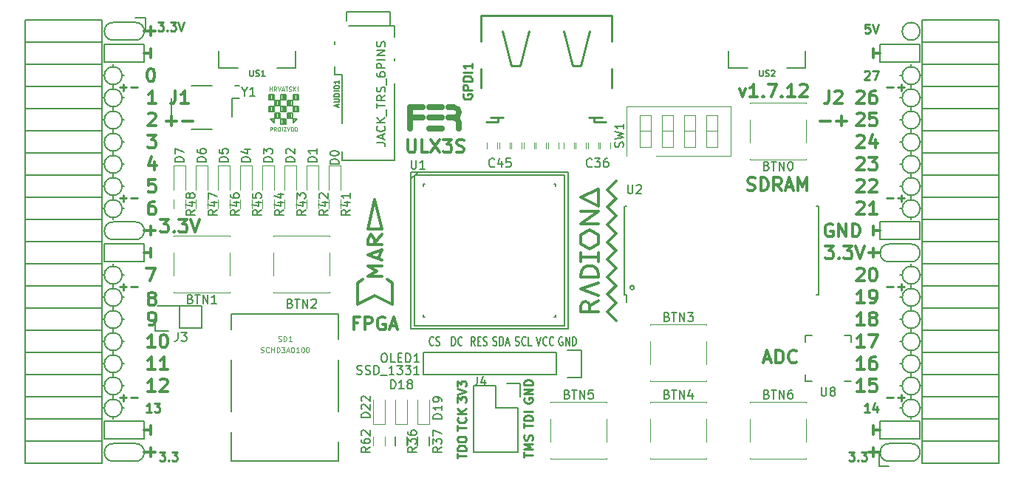
<source format=gto>
G04 #@! TF.FileFunction,Legend,Top*
%FSLAX46Y46*%
G04 Gerber Fmt 4.6, Leading zero omitted, Abs format (unit mm)*
G04 Created by KiCad (PCBNEW 4.0.7+dfsg1-1) date Thu Feb 22 21:10:55 2018*
%MOMM*%
%LPD*%
G01*
G04 APERTURE LIST*
%ADD10C,0.100000*%
%ADD11C,0.300000*%
%ADD12C,0.200000*%
%ADD13C,0.250000*%
%ADD14C,0.150000*%
%ADD15C,0.120000*%
%ADD16C,0.700000*%
%ADD17C,0.254000*%
%ADD18C,0.152400*%
%ADD19C,0.124460*%
%ADD20C,0.075000*%
G04 APERTURE END LIST*
D10*
D11*
X167133430Y-69226571D02*
X167490573Y-70226571D01*
X167847715Y-69226571D01*
X169204858Y-70226571D02*
X168347715Y-70226571D01*
X168776287Y-70226571D02*
X168776287Y-68726571D01*
X168633430Y-68940857D01*
X168490572Y-69083714D01*
X168347715Y-69155143D01*
X169847715Y-70083714D02*
X169919143Y-70155143D01*
X169847715Y-70226571D01*
X169776286Y-70155143D01*
X169847715Y-70083714D01*
X169847715Y-70226571D01*
X170419144Y-68726571D02*
X171419144Y-68726571D01*
X170776287Y-70226571D01*
X171990572Y-70083714D02*
X172062000Y-70155143D01*
X171990572Y-70226571D01*
X171919143Y-70155143D01*
X171990572Y-70083714D01*
X171990572Y-70226571D01*
X173490572Y-70226571D02*
X172633429Y-70226571D01*
X173062001Y-70226571D02*
X173062001Y-68726571D01*
X172919144Y-68940857D01*
X172776286Y-69083714D01*
X172633429Y-69155143D01*
X174062000Y-68869429D02*
X174133429Y-68798000D01*
X174276286Y-68726571D01*
X174633429Y-68726571D01*
X174776286Y-68798000D01*
X174847715Y-68869429D01*
X174919143Y-69012286D01*
X174919143Y-69155143D01*
X174847715Y-69369429D01*
X173990572Y-70226571D01*
X174919143Y-70226571D01*
X182492000Y-87582000D02*
X182492000Y-88598000D01*
X181984000Y-88090000D02*
X183254000Y-88090000D01*
X182492000Y-110442000D02*
X182492000Y-111458000D01*
X183254000Y-110950000D02*
X181984000Y-110950000D01*
X99688000Y-110442000D02*
X99688000Y-111458000D01*
X98926000Y-110950000D02*
X100196000Y-110950000D01*
X99688000Y-62182000D02*
X99688000Y-63198000D01*
X98926000Y-62690000D02*
X100196000Y-62690000D01*
X99688000Y-85042000D02*
X99688000Y-86058000D01*
X98926000Y-85550000D02*
X100196000Y-85550000D01*
D12*
X97910000Y-63706000D02*
G75*
G03X97910000Y-61674000I0J1016000D01*
G01*
X184270000Y-109934000D02*
G75*
G03X184270000Y-111966000I0J-1016000D01*
G01*
X95370000Y-111966000D02*
X97910000Y-111966000D01*
X95370000Y-109934000D02*
X97910000Y-109934000D01*
X97910000Y-111966000D02*
G75*
G03X97910000Y-109934000I0J1016000D01*
G01*
X95370000Y-109934000D02*
G75*
G03X95370000Y-111966000I0J-1016000D01*
G01*
X95370000Y-61674000D02*
X97910000Y-61674000D01*
X95370000Y-63706000D02*
X97910000Y-63706000D01*
X95370000Y-61674000D02*
G75*
G03X95370000Y-63706000I0J-1016000D01*
G01*
X95370000Y-84534000D02*
X97910000Y-84534000D01*
X95370000Y-86566000D02*
X97910000Y-86566000D01*
X95370000Y-84534000D02*
G75*
G03X95370000Y-86566000I0J-1016000D01*
G01*
X97910000Y-86566000D02*
G75*
G03X97910000Y-84534000I0J1016000D01*
G01*
X187826000Y-62690000D02*
G75*
G03X187826000Y-62690000I-1016000J0D01*
G01*
X184270000Y-89106000D02*
X186810000Y-89106000D01*
X184270000Y-87074000D02*
X186810000Y-87074000D01*
X184270000Y-87074000D02*
G75*
G03X184270000Y-89106000I0J-1016000D01*
G01*
X186810000Y-89106000D02*
G75*
G03X186810000Y-87074000I0J1016000D01*
G01*
X186810000Y-111966000D02*
X184270000Y-111966000D01*
X186810000Y-109934000D02*
X184270000Y-109934000D01*
X186810000Y-111966000D02*
G75*
G03X186810000Y-109934000I0J1016000D01*
G01*
X94354000Y-66246000D02*
X94354000Y-64214000D01*
X98926000Y-66246000D02*
X94354000Y-66246000D01*
X98926000Y-64214000D02*
X98926000Y-66246000D01*
X94354000Y-64214000D02*
X98926000Y-64214000D01*
X94354000Y-87074000D02*
X98926000Y-87074000D01*
X94354000Y-89106000D02*
X94354000Y-87074000D01*
X98926000Y-89106000D02*
X94354000Y-89106000D01*
X98926000Y-87074000D02*
X98926000Y-89106000D01*
X94354000Y-109426000D02*
X98926000Y-109426000D01*
X94354000Y-107394000D02*
X94354000Y-109426000D01*
X98926000Y-107394000D02*
X94354000Y-107394000D01*
X98926000Y-109426000D02*
X98926000Y-107394000D01*
X183254000Y-109426000D02*
X187826000Y-109426000D01*
X183254000Y-107394000D02*
X183254000Y-109426000D01*
X187826000Y-107394000D02*
X187826000Y-109426000D01*
X183254000Y-107394000D02*
X187826000Y-107394000D01*
X183254000Y-66246000D02*
X187826000Y-66246000D01*
X183254000Y-64214000D02*
X183254000Y-66246000D01*
X187826000Y-64214000D02*
X183254000Y-64214000D01*
X187826000Y-66246000D02*
X187826000Y-64214000D01*
X183254000Y-84534000D02*
X187826000Y-84534000D01*
X183254000Y-86566000D02*
X183254000Y-84534000D01*
X187826000Y-86566000D02*
X183254000Y-86566000D01*
X187826000Y-84534000D02*
X187826000Y-86566000D01*
D13*
X96148000Y-69111429D02*
X96909905Y-69111429D01*
X96528953Y-69492381D02*
X96528953Y-68730476D01*
X97386095Y-69111429D02*
X98148000Y-69111429D01*
X96148000Y-81811429D02*
X96909905Y-81811429D01*
X96528953Y-82192381D02*
X96528953Y-81430476D01*
X97386095Y-81811429D02*
X98148000Y-81811429D01*
X96148000Y-91971429D02*
X96909905Y-91971429D01*
X96528953Y-92352381D02*
X96528953Y-91590476D01*
X97386095Y-91971429D02*
X98148000Y-91971429D01*
X96148000Y-104671429D02*
X96909905Y-104671429D01*
X96528953Y-105052381D02*
X96528953Y-104290476D01*
X97386095Y-104671429D02*
X98148000Y-104671429D01*
X184032000Y-104671429D02*
X184793905Y-104671429D01*
X185270095Y-104671429D02*
X186032000Y-104671429D01*
X185651048Y-105052381D02*
X185651048Y-104290476D01*
X184032000Y-91971429D02*
X184793905Y-91971429D01*
X185270095Y-91971429D02*
X186032000Y-91971429D01*
X185651048Y-92352381D02*
X185651048Y-91590476D01*
X184032000Y-81811429D02*
X184793905Y-81811429D01*
X185270095Y-81811429D02*
X186032000Y-81811429D01*
X185651048Y-82192381D02*
X185651048Y-81430476D01*
X184032000Y-69111429D02*
X184793905Y-69111429D01*
X185270095Y-69111429D02*
X186032000Y-69111429D01*
X185651048Y-69492381D02*
X185651048Y-68730476D01*
D11*
X176420000Y-72957143D02*
X177562857Y-72957143D01*
X178277143Y-72957143D02*
X179420000Y-72957143D01*
X178848571Y-73528571D02*
X178848571Y-72385714D01*
D12*
X187826000Y-67770000D02*
G75*
G03X187826000Y-67770000I-1016000J0D01*
G01*
X187826000Y-70310000D02*
G75*
G03X187826000Y-70310000I-1016000J0D01*
G01*
X187826000Y-72850000D02*
G75*
G03X187826000Y-72850000I-1016000J0D01*
G01*
X187826000Y-75390000D02*
G75*
G03X187826000Y-75390000I-1016000J0D01*
G01*
X187826000Y-77930000D02*
G75*
G03X187826000Y-77930000I-1016000J0D01*
G01*
X187826000Y-80470000D02*
G75*
G03X187826000Y-80470000I-1016000J0D01*
G01*
X187826000Y-83010000D02*
G75*
G03X187826000Y-83010000I-1016000J0D01*
G01*
X187826000Y-90630000D02*
G75*
G03X187826000Y-90630000I-1016000J0D01*
G01*
X187826000Y-93170000D02*
G75*
G03X187826000Y-93170000I-1016000J0D01*
G01*
X187826000Y-95710000D02*
G75*
G03X187826000Y-95710000I-1016000J0D01*
G01*
X187826000Y-98250000D02*
G75*
G03X187826000Y-98250000I-1016000J0D01*
G01*
X187826000Y-100790000D02*
G75*
G03X187826000Y-100790000I-1016000J0D01*
G01*
X187826000Y-103330000D02*
G75*
G03X187826000Y-103330000I-1016000J0D01*
G01*
X187826000Y-105870000D02*
G75*
G03X187826000Y-105870000I-1016000J0D01*
G01*
X96386000Y-105870000D02*
G75*
G03X96386000Y-105870000I-1016000J0D01*
G01*
X96386000Y-103330000D02*
G75*
G03X96386000Y-103330000I-1016000J0D01*
G01*
X96386000Y-100790000D02*
G75*
G03X96386000Y-100790000I-1016000J0D01*
G01*
X96386000Y-98250000D02*
G75*
G03X96386000Y-98250000I-1016000J0D01*
G01*
X96386000Y-95710000D02*
G75*
G03X96386000Y-95710000I-1016000J0D01*
G01*
X96386000Y-93170000D02*
G75*
G03X96386000Y-93170000I-1016000J0D01*
G01*
X96386000Y-90630000D02*
G75*
G03X96386000Y-90630000I-1016000J0D01*
G01*
X96386000Y-83010000D02*
G75*
G03X96386000Y-83010000I-1016000J0D01*
G01*
X96386000Y-80470000D02*
G75*
G03X96386000Y-80470000I-1016000J0D01*
G01*
X96386000Y-77930000D02*
G75*
G03X96386000Y-77930000I-1016000J0D01*
G01*
X96386000Y-75390000D02*
G75*
G03X96386000Y-75390000I-1016000J0D01*
G01*
X96386000Y-72850000D02*
G75*
G03X96386000Y-72850000I-1016000J0D01*
G01*
X96386000Y-70310000D02*
G75*
G03X96386000Y-70310000I-1016000J0D01*
G01*
X96386000Y-67770000D02*
G75*
G03X96386000Y-67770000I-1016000J0D01*
G01*
D11*
X177793143Y-84800000D02*
X177650286Y-84728571D01*
X177436000Y-84728571D01*
X177221715Y-84800000D01*
X177078857Y-84942857D01*
X177007429Y-85085714D01*
X176936000Y-85371429D01*
X176936000Y-85585714D01*
X177007429Y-85871429D01*
X177078857Y-86014286D01*
X177221715Y-86157143D01*
X177436000Y-86228571D01*
X177578857Y-86228571D01*
X177793143Y-86157143D01*
X177864572Y-86085714D01*
X177864572Y-85585714D01*
X177578857Y-85585714D01*
X178507429Y-86228571D02*
X178507429Y-84728571D01*
X179364572Y-86228571D01*
X179364572Y-84728571D01*
X180078858Y-86228571D02*
X180078858Y-84728571D01*
X180436001Y-84728571D01*
X180650286Y-84800000D01*
X180793144Y-84942857D01*
X180864572Y-85085714D01*
X180936001Y-85371429D01*
X180936001Y-85585714D01*
X180864572Y-85871429D01*
X180793144Y-86014286D01*
X180650286Y-86157143D01*
X180436001Y-86228571D01*
X180078858Y-86228571D01*
X182492000Y-86058000D02*
X182492000Y-85042000D01*
X183254000Y-85550000D02*
X182492000Y-85550000D01*
X182492000Y-107902000D02*
X182492000Y-108918000D01*
X182492000Y-108410000D02*
X183254000Y-108410000D01*
D13*
X182047524Y-106322381D02*
X181476095Y-106322381D01*
X181761809Y-106322381D02*
X181761809Y-105322381D01*
X181666571Y-105465238D01*
X181571333Y-105560476D01*
X181476095Y-105608095D01*
X182904667Y-105655714D02*
X182904667Y-106322381D01*
X182666571Y-105274762D02*
X182428476Y-105989048D01*
X183047524Y-105989048D01*
X181476095Y-67317619D02*
X181523714Y-67270000D01*
X181618952Y-67222381D01*
X181857048Y-67222381D01*
X181952286Y-67270000D01*
X181999905Y-67317619D01*
X182047524Y-67412857D01*
X182047524Y-67508095D01*
X181999905Y-67650952D01*
X181428476Y-68222381D01*
X182047524Y-68222381D01*
X182380857Y-67222381D02*
X183047524Y-67222381D01*
X182618952Y-68222381D01*
D11*
X182492000Y-64722000D02*
X182492000Y-65738000D01*
X182492000Y-65230000D02*
X183254000Y-65230000D01*
X99688000Y-107902000D02*
X99688000Y-108918000D01*
X98926000Y-108410000D02*
X99688000Y-108410000D01*
X99315001Y-74568571D02*
X100243572Y-74568571D01*
X99743572Y-75140000D01*
X99957858Y-75140000D01*
X100100715Y-75211429D01*
X100172144Y-75282857D01*
X100243572Y-75425714D01*
X100243572Y-75782857D01*
X100172144Y-75925714D01*
X100100715Y-75997143D01*
X99957858Y-76068571D01*
X99529286Y-76068571D01*
X99386429Y-75997143D01*
X99315001Y-75925714D01*
X100100715Y-77608571D02*
X100100715Y-78608571D01*
X99743572Y-77037143D02*
X99386429Y-78108571D01*
X100315001Y-78108571D01*
X100172144Y-79648571D02*
X99457858Y-79648571D01*
X99386429Y-80362857D01*
X99457858Y-80291429D01*
X99600715Y-80220000D01*
X99957858Y-80220000D01*
X100100715Y-80291429D01*
X100172144Y-80362857D01*
X100243572Y-80505714D01*
X100243572Y-80862857D01*
X100172144Y-81005714D01*
X100100715Y-81077143D01*
X99957858Y-81148571D01*
X99600715Y-81148571D01*
X99457858Y-81077143D01*
X99386429Y-81005714D01*
D13*
X99751524Y-106322381D02*
X99180095Y-106322381D01*
X99465809Y-106322381D02*
X99465809Y-105322381D01*
X99370571Y-105465238D01*
X99275333Y-105560476D01*
X99180095Y-105608095D01*
X100084857Y-105322381D02*
X100703905Y-105322381D01*
X100370571Y-105703333D01*
X100513429Y-105703333D01*
X100608667Y-105750952D01*
X100656286Y-105798571D01*
X100703905Y-105893810D01*
X100703905Y-106131905D01*
X100656286Y-106227143D01*
X100608667Y-106274762D01*
X100513429Y-106322381D01*
X100227714Y-106322381D01*
X100132476Y-106274762D01*
X100084857Y-106227143D01*
D11*
X99188001Y-89808571D02*
X100188001Y-89808571D01*
X99545144Y-91308571D01*
X99688000Y-87582000D02*
X99688000Y-88598000D01*
X98926000Y-88090000D02*
X99688000Y-88090000D01*
X99688000Y-64722000D02*
X99688000Y-65738000D01*
X98926000Y-65230000D02*
X99688000Y-65230000D01*
D13*
X100497810Y-61634381D02*
X101116858Y-61634381D01*
X100783524Y-62015333D01*
X100926382Y-62015333D01*
X101021620Y-62062952D01*
X101069239Y-62110571D01*
X101116858Y-62205810D01*
X101116858Y-62443905D01*
X101069239Y-62539143D01*
X101021620Y-62586762D01*
X100926382Y-62634381D01*
X100640667Y-62634381D01*
X100545429Y-62586762D01*
X100497810Y-62539143D01*
X101545429Y-62539143D02*
X101593048Y-62586762D01*
X101545429Y-62634381D01*
X101497810Y-62586762D01*
X101545429Y-62539143D01*
X101545429Y-62634381D01*
X101926381Y-61634381D02*
X102545429Y-61634381D01*
X102212095Y-62015333D01*
X102354953Y-62015333D01*
X102450191Y-62062952D01*
X102497810Y-62110571D01*
X102545429Y-62205810D01*
X102545429Y-62443905D01*
X102497810Y-62539143D01*
X102450191Y-62586762D01*
X102354953Y-62634381D01*
X102069238Y-62634381D01*
X101974000Y-62586762D01*
X101926381Y-62539143D01*
X102831143Y-61634381D02*
X103164476Y-62634381D01*
X103497810Y-61634381D01*
X179666381Y-110910381D02*
X180285429Y-110910381D01*
X179952095Y-111291333D01*
X180094953Y-111291333D01*
X180190191Y-111338952D01*
X180237810Y-111386571D01*
X180285429Y-111481810D01*
X180285429Y-111719905D01*
X180237810Y-111815143D01*
X180190191Y-111862762D01*
X180094953Y-111910381D01*
X179809238Y-111910381D01*
X179714000Y-111862762D01*
X179666381Y-111815143D01*
X180714000Y-111815143D02*
X180761619Y-111862762D01*
X180714000Y-111910381D01*
X180666381Y-111862762D01*
X180714000Y-111815143D01*
X180714000Y-111910381D01*
X181094952Y-110910381D02*
X181714000Y-110910381D01*
X181380666Y-111291333D01*
X181523524Y-111291333D01*
X181618762Y-111338952D01*
X181666381Y-111386571D01*
X181714000Y-111481810D01*
X181714000Y-111719905D01*
X181666381Y-111815143D01*
X181618762Y-111862762D01*
X181523524Y-111910381D01*
X181237809Y-111910381D01*
X181142571Y-111862762D01*
X181094952Y-111815143D01*
D11*
X100775715Y-84220571D02*
X101704286Y-84220571D01*
X101204286Y-84792000D01*
X101418572Y-84792000D01*
X101561429Y-84863429D01*
X101632858Y-84934857D01*
X101704286Y-85077714D01*
X101704286Y-85434857D01*
X101632858Y-85577714D01*
X101561429Y-85649143D01*
X101418572Y-85720571D01*
X100990000Y-85720571D01*
X100847143Y-85649143D01*
X100775715Y-85577714D01*
X102347143Y-85577714D02*
X102418571Y-85649143D01*
X102347143Y-85720571D01*
X102275714Y-85649143D01*
X102347143Y-85577714D01*
X102347143Y-85720571D01*
X102918572Y-84220571D02*
X103847143Y-84220571D01*
X103347143Y-84792000D01*
X103561429Y-84792000D01*
X103704286Y-84863429D01*
X103775715Y-84934857D01*
X103847143Y-85077714D01*
X103847143Y-85434857D01*
X103775715Y-85577714D01*
X103704286Y-85649143D01*
X103561429Y-85720571D01*
X103132857Y-85720571D01*
X102990000Y-85649143D01*
X102918572Y-85577714D01*
X104275714Y-84220571D02*
X104775714Y-85720571D01*
X105275714Y-84220571D01*
D13*
X100672381Y-110910381D02*
X101291429Y-110910381D01*
X100958095Y-111291333D01*
X101100953Y-111291333D01*
X101196191Y-111338952D01*
X101243810Y-111386571D01*
X101291429Y-111481810D01*
X101291429Y-111719905D01*
X101243810Y-111815143D01*
X101196191Y-111862762D01*
X101100953Y-111910381D01*
X100815238Y-111910381D01*
X100720000Y-111862762D01*
X100672381Y-111815143D01*
X101720000Y-111815143D02*
X101767619Y-111862762D01*
X101720000Y-111910381D01*
X101672381Y-111862762D01*
X101720000Y-111815143D01*
X101720000Y-111910381D01*
X102100952Y-110910381D02*
X102720000Y-110910381D01*
X102386666Y-111291333D01*
X102529524Y-111291333D01*
X102624762Y-111338952D01*
X102672381Y-111386571D01*
X102720000Y-111481810D01*
X102720000Y-111719905D01*
X102672381Y-111815143D01*
X102624762Y-111862762D01*
X102529524Y-111910381D01*
X102243809Y-111910381D01*
X102148571Y-111862762D01*
X102100952Y-111815143D01*
X182047524Y-61888381D02*
X181571333Y-61888381D01*
X181523714Y-62364571D01*
X181571333Y-62316952D01*
X181666571Y-62269333D01*
X181904667Y-62269333D01*
X181999905Y-62316952D01*
X182047524Y-62364571D01*
X182095143Y-62459810D01*
X182095143Y-62697905D01*
X182047524Y-62793143D01*
X181999905Y-62840762D01*
X181904667Y-62888381D01*
X181666571Y-62888381D01*
X181571333Y-62840762D01*
X181523714Y-62793143D01*
X182380857Y-61888381D02*
X182714190Y-62888381D01*
X183047524Y-61888381D01*
D11*
X180587143Y-69631429D02*
X180658572Y-69560000D01*
X180801429Y-69488571D01*
X181158572Y-69488571D01*
X181301429Y-69560000D01*
X181372858Y-69631429D01*
X181444286Y-69774286D01*
X181444286Y-69917143D01*
X181372858Y-70131429D01*
X180515715Y-70988571D01*
X181444286Y-70988571D01*
X182730000Y-69488571D02*
X182444286Y-69488571D01*
X182301429Y-69560000D01*
X182230000Y-69631429D01*
X182087143Y-69845714D01*
X182015714Y-70131429D01*
X182015714Y-70702857D01*
X182087143Y-70845714D01*
X182158571Y-70917143D01*
X182301429Y-70988571D01*
X182587143Y-70988571D01*
X182730000Y-70917143D01*
X182801429Y-70845714D01*
X182872857Y-70702857D01*
X182872857Y-70345714D01*
X182801429Y-70202857D01*
X182730000Y-70131429D01*
X182587143Y-70060000D01*
X182301429Y-70060000D01*
X182158571Y-70131429D01*
X182087143Y-70202857D01*
X182015714Y-70345714D01*
X180587143Y-72171429D02*
X180658572Y-72100000D01*
X180801429Y-72028571D01*
X181158572Y-72028571D01*
X181301429Y-72100000D01*
X181372858Y-72171429D01*
X181444286Y-72314286D01*
X181444286Y-72457143D01*
X181372858Y-72671429D01*
X180515715Y-73528571D01*
X181444286Y-73528571D01*
X182801429Y-72028571D02*
X182087143Y-72028571D01*
X182015714Y-72742857D01*
X182087143Y-72671429D01*
X182230000Y-72600000D01*
X182587143Y-72600000D01*
X182730000Y-72671429D01*
X182801429Y-72742857D01*
X182872857Y-72885714D01*
X182872857Y-73242857D01*
X182801429Y-73385714D01*
X182730000Y-73457143D01*
X182587143Y-73528571D01*
X182230000Y-73528571D01*
X182087143Y-73457143D01*
X182015714Y-73385714D01*
X180587143Y-74711429D02*
X180658572Y-74640000D01*
X180801429Y-74568571D01*
X181158572Y-74568571D01*
X181301429Y-74640000D01*
X181372858Y-74711429D01*
X181444286Y-74854286D01*
X181444286Y-74997143D01*
X181372858Y-75211429D01*
X180515715Y-76068571D01*
X181444286Y-76068571D01*
X182730000Y-75068571D02*
X182730000Y-76068571D01*
X182372857Y-74497143D02*
X182015714Y-75568571D01*
X182944286Y-75568571D01*
X180587143Y-77251429D02*
X180658572Y-77180000D01*
X180801429Y-77108571D01*
X181158572Y-77108571D01*
X181301429Y-77180000D01*
X181372858Y-77251429D01*
X181444286Y-77394286D01*
X181444286Y-77537143D01*
X181372858Y-77751429D01*
X180515715Y-78608571D01*
X181444286Y-78608571D01*
X181944286Y-77108571D02*
X182872857Y-77108571D01*
X182372857Y-77680000D01*
X182587143Y-77680000D01*
X182730000Y-77751429D01*
X182801429Y-77822857D01*
X182872857Y-77965714D01*
X182872857Y-78322857D01*
X182801429Y-78465714D01*
X182730000Y-78537143D01*
X182587143Y-78608571D01*
X182158571Y-78608571D01*
X182015714Y-78537143D01*
X181944286Y-78465714D01*
X180587143Y-79791429D02*
X180658572Y-79720000D01*
X180801429Y-79648571D01*
X181158572Y-79648571D01*
X181301429Y-79720000D01*
X181372858Y-79791429D01*
X181444286Y-79934286D01*
X181444286Y-80077143D01*
X181372858Y-80291429D01*
X180515715Y-81148571D01*
X181444286Y-81148571D01*
X182015714Y-79791429D02*
X182087143Y-79720000D01*
X182230000Y-79648571D01*
X182587143Y-79648571D01*
X182730000Y-79720000D01*
X182801429Y-79791429D01*
X182872857Y-79934286D01*
X182872857Y-80077143D01*
X182801429Y-80291429D01*
X181944286Y-81148571D01*
X182872857Y-81148571D01*
X180587143Y-82331429D02*
X180658572Y-82260000D01*
X180801429Y-82188571D01*
X181158572Y-82188571D01*
X181301429Y-82260000D01*
X181372858Y-82331429D01*
X181444286Y-82474286D01*
X181444286Y-82617143D01*
X181372858Y-82831429D01*
X180515715Y-83688571D01*
X181444286Y-83688571D01*
X182872857Y-83688571D02*
X182015714Y-83688571D01*
X182444286Y-83688571D02*
X182444286Y-82188571D01*
X182301429Y-82402857D01*
X182158571Y-82545714D01*
X182015714Y-82617143D01*
X176975715Y-87268571D02*
X177904286Y-87268571D01*
X177404286Y-87840000D01*
X177618572Y-87840000D01*
X177761429Y-87911429D01*
X177832858Y-87982857D01*
X177904286Y-88125714D01*
X177904286Y-88482857D01*
X177832858Y-88625714D01*
X177761429Y-88697143D01*
X177618572Y-88768571D01*
X177190000Y-88768571D01*
X177047143Y-88697143D01*
X176975715Y-88625714D01*
X178547143Y-88625714D02*
X178618571Y-88697143D01*
X178547143Y-88768571D01*
X178475714Y-88697143D01*
X178547143Y-88625714D01*
X178547143Y-88768571D01*
X179118572Y-87268571D02*
X180047143Y-87268571D01*
X179547143Y-87840000D01*
X179761429Y-87840000D01*
X179904286Y-87911429D01*
X179975715Y-87982857D01*
X180047143Y-88125714D01*
X180047143Y-88482857D01*
X179975715Y-88625714D01*
X179904286Y-88697143D01*
X179761429Y-88768571D01*
X179332857Y-88768571D01*
X179190000Y-88697143D01*
X179118572Y-88625714D01*
X180475714Y-87268571D02*
X180975714Y-88768571D01*
X181475714Y-87268571D01*
X180587143Y-89951429D02*
X180658572Y-89880000D01*
X180801429Y-89808571D01*
X181158572Y-89808571D01*
X181301429Y-89880000D01*
X181372858Y-89951429D01*
X181444286Y-90094286D01*
X181444286Y-90237143D01*
X181372858Y-90451429D01*
X180515715Y-91308571D01*
X181444286Y-91308571D01*
X182372857Y-89808571D02*
X182515714Y-89808571D01*
X182658571Y-89880000D01*
X182730000Y-89951429D01*
X182801429Y-90094286D01*
X182872857Y-90380000D01*
X182872857Y-90737143D01*
X182801429Y-91022857D01*
X182730000Y-91165714D01*
X182658571Y-91237143D01*
X182515714Y-91308571D01*
X182372857Y-91308571D01*
X182230000Y-91237143D01*
X182158571Y-91165714D01*
X182087143Y-91022857D01*
X182015714Y-90737143D01*
X182015714Y-90380000D01*
X182087143Y-90094286D01*
X182158571Y-89951429D01*
X182230000Y-89880000D01*
X182372857Y-89808571D01*
X181444286Y-93848571D02*
X180587143Y-93848571D01*
X181015715Y-93848571D02*
X181015715Y-92348571D01*
X180872858Y-92562857D01*
X180730000Y-92705714D01*
X180587143Y-92777143D01*
X182158571Y-93848571D02*
X182444286Y-93848571D01*
X182587143Y-93777143D01*
X182658571Y-93705714D01*
X182801429Y-93491429D01*
X182872857Y-93205714D01*
X182872857Y-92634286D01*
X182801429Y-92491429D01*
X182730000Y-92420000D01*
X182587143Y-92348571D01*
X182301429Y-92348571D01*
X182158571Y-92420000D01*
X182087143Y-92491429D01*
X182015714Y-92634286D01*
X182015714Y-92991429D01*
X182087143Y-93134286D01*
X182158571Y-93205714D01*
X182301429Y-93277143D01*
X182587143Y-93277143D01*
X182730000Y-93205714D01*
X182801429Y-93134286D01*
X182872857Y-92991429D01*
X181444286Y-96388571D02*
X180587143Y-96388571D01*
X181015715Y-96388571D02*
X181015715Y-94888571D01*
X180872858Y-95102857D01*
X180730000Y-95245714D01*
X180587143Y-95317143D01*
X182301429Y-95531429D02*
X182158571Y-95460000D01*
X182087143Y-95388571D01*
X182015714Y-95245714D01*
X182015714Y-95174286D01*
X182087143Y-95031429D01*
X182158571Y-94960000D01*
X182301429Y-94888571D01*
X182587143Y-94888571D01*
X182730000Y-94960000D01*
X182801429Y-95031429D01*
X182872857Y-95174286D01*
X182872857Y-95245714D01*
X182801429Y-95388571D01*
X182730000Y-95460000D01*
X182587143Y-95531429D01*
X182301429Y-95531429D01*
X182158571Y-95602857D01*
X182087143Y-95674286D01*
X182015714Y-95817143D01*
X182015714Y-96102857D01*
X182087143Y-96245714D01*
X182158571Y-96317143D01*
X182301429Y-96388571D01*
X182587143Y-96388571D01*
X182730000Y-96317143D01*
X182801429Y-96245714D01*
X182872857Y-96102857D01*
X182872857Y-95817143D01*
X182801429Y-95674286D01*
X182730000Y-95602857D01*
X182587143Y-95531429D01*
X181444286Y-98928571D02*
X180587143Y-98928571D01*
X181015715Y-98928571D02*
X181015715Y-97428571D01*
X180872858Y-97642857D01*
X180730000Y-97785714D01*
X180587143Y-97857143D01*
X181944286Y-97428571D02*
X182944286Y-97428571D01*
X182301429Y-98928571D01*
X181444286Y-101468571D02*
X180587143Y-101468571D01*
X181015715Y-101468571D02*
X181015715Y-99968571D01*
X180872858Y-100182857D01*
X180730000Y-100325714D01*
X180587143Y-100397143D01*
X182730000Y-99968571D02*
X182444286Y-99968571D01*
X182301429Y-100040000D01*
X182230000Y-100111429D01*
X182087143Y-100325714D01*
X182015714Y-100611429D01*
X182015714Y-101182857D01*
X182087143Y-101325714D01*
X182158571Y-101397143D01*
X182301429Y-101468571D01*
X182587143Y-101468571D01*
X182730000Y-101397143D01*
X182801429Y-101325714D01*
X182872857Y-101182857D01*
X182872857Y-100825714D01*
X182801429Y-100682857D01*
X182730000Y-100611429D01*
X182587143Y-100540000D01*
X182301429Y-100540000D01*
X182158571Y-100611429D01*
X182087143Y-100682857D01*
X182015714Y-100825714D01*
X181444286Y-104008571D02*
X180587143Y-104008571D01*
X181015715Y-104008571D02*
X181015715Y-102508571D01*
X180872858Y-102722857D01*
X180730000Y-102865714D01*
X180587143Y-102937143D01*
X182801429Y-102508571D02*
X182087143Y-102508571D01*
X182015714Y-103222857D01*
X182087143Y-103151429D01*
X182230000Y-103080000D01*
X182587143Y-103080000D01*
X182730000Y-103151429D01*
X182801429Y-103222857D01*
X182872857Y-103365714D01*
X182872857Y-103722857D01*
X182801429Y-103865714D01*
X182730000Y-103937143D01*
X182587143Y-104008571D01*
X182230000Y-104008571D01*
X182087143Y-103937143D01*
X182015714Y-103865714D01*
D12*
X186810000Y-66500000D02*
X186810000Y-66754000D01*
X187826000Y-67770000D02*
X188080000Y-67770000D01*
X185540000Y-67770000D02*
X185794000Y-67770000D01*
X186810000Y-69294000D02*
X186810000Y-68786000D01*
X187826000Y-70310000D02*
X188080000Y-70310000D01*
X185540000Y-70310000D02*
X185794000Y-70310000D01*
X186810000Y-71326000D02*
X186810000Y-71834000D01*
X187826000Y-72850000D02*
X188080000Y-72850000D01*
X185540000Y-72850000D02*
X185794000Y-72850000D01*
X186810000Y-73866000D02*
X186810000Y-74374000D01*
X187826000Y-75390000D02*
X188080000Y-75390000D01*
X185540000Y-75390000D02*
X185794000Y-75390000D01*
X186810000Y-76406000D02*
X186810000Y-76914000D01*
X187826000Y-77930000D02*
X188080000Y-77930000D01*
X185540000Y-77930000D02*
X185794000Y-77930000D01*
X186810000Y-79454000D02*
X186810000Y-78946000D01*
X187826000Y-80470000D02*
X188080000Y-80470000D01*
X185540000Y-80470000D02*
X185794000Y-80470000D01*
X186810000Y-81994000D02*
X186810000Y-81486000D01*
X187826000Y-83010000D02*
X188080000Y-83010000D01*
X185540000Y-83010000D02*
X185794000Y-83010000D01*
X186810000Y-84026000D02*
X186810000Y-84280000D01*
X186810000Y-89360000D02*
X186810000Y-89614000D01*
X187826000Y-90630000D02*
X188080000Y-90630000D01*
X185540000Y-90630000D02*
X185794000Y-90630000D01*
X186810000Y-91646000D02*
X186810000Y-92154000D01*
X187826000Y-93170000D02*
X188080000Y-93170000D01*
X185540000Y-93170000D02*
X185794000Y-93170000D01*
X186810000Y-94186000D02*
X186810000Y-94694000D01*
X187826000Y-95710000D02*
X188080000Y-95710000D01*
X185540000Y-95710000D02*
X185794000Y-95710000D01*
X186810000Y-97234000D02*
X186810000Y-96726000D01*
X187826000Y-98250000D02*
X188080000Y-98250000D01*
X185540000Y-98250000D02*
X185794000Y-98250000D01*
X187826000Y-100790000D02*
X188080000Y-100790000D01*
X185540000Y-100790000D02*
X185794000Y-100790000D01*
X186810000Y-99266000D02*
X186810000Y-99774000D01*
X186810000Y-102314000D02*
X186810000Y-101806000D01*
X187826000Y-103330000D02*
X188080000Y-103330000D01*
X185540000Y-103330000D02*
X185794000Y-103330000D01*
X186810000Y-104346000D02*
X186810000Y-104854000D01*
X185540000Y-105870000D02*
X185794000Y-105870000D01*
X187826000Y-105870000D02*
X188080000Y-105870000D01*
X186810000Y-106886000D02*
X186810000Y-107140000D01*
X95370000Y-66754000D02*
X95370000Y-66500000D01*
X96386000Y-67770000D02*
X96640000Y-67770000D01*
X94100000Y-67770000D02*
X94354000Y-67770000D01*
X95370000Y-68786000D02*
X95370000Y-69294000D01*
X96386000Y-70310000D02*
X96640000Y-70310000D01*
X94100000Y-70310000D02*
X94354000Y-70310000D01*
X95370000Y-71326000D02*
X95370000Y-71834000D01*
X96386000Y-72850000D02*
X96640000Y-72850000D01*
X94100000Y-72850000D02*
X94354000Y-72850000D01*
X95370000Y-73866000D02*
X95370000Y-74374000D01*
X96386000Y-75390000D02*
X96640000Y-75390000D01*
X95370000Y-76406000D02*
X95370000Y-76914000D01*
X96386000Y-77930000D02*
X96640000Y-77930000D01*
X94100000Y-77930000D02*
X94354000Y-77930000D01*
X95370000Y-79454000D02*
X95370000Y-78946000D01*
X96386000Y-80470000D02*
X96640000Y-80470000D01*
X94100000Y-80470000D02*
X94354000Y-80470000D01*
X95370000Y-81486000D02*
X95370000Y-81994000D01*
X96386000Y-83010000D02*
X96640000Y-83010000D01*
X95370000Y-84026000D02*
X95370000Y-84280000D01*
X94100000Y-83010000D02*
X94354000Y-83010000D01*
X95370000Y-106886000D02*
X95370000Y-107140000D01*
X95370000Y-89360000D02*
X95370000Y-89614000D01*
X96386000Y-93170000D02*
X96640000Y-93170000D01*
X94100000Y-93170000D02*
X94354000Y-93170000D01*
X95370000Y-94186000D02*
X95370000Y-94694000D01*
X94100000Y-90630000D02*
X94354000Y-90630000D01*
X96386000Y-90630000D02*
X96640000Y-90630000D01*
X95370000Y-92154000D02*
X95370000Y-91646000D01*
X96386000Y-95710000D02*
X96640000Y-95710000D01*
X94100000Y-95710000D02*
X94354000Y-95710000D01*
X96386000Y-98250000D02*
X96640000Y-98250000D01*
X94354000Y-98250000D02*
X94100000Y-98250000D01*
X95370000Y-96726000D02*
X95370000Y-97234000D01*
X95370000Y-99266000D02*
X95370000Y-99774000D01*
X94100000Y-100790000D02*
X94354000Y-100790000D01*
X96386000Y-100790000D02*
X96640000Y-100790000D01*
X94100000Y-103330000D02*
X94354000Y-103330000D01*
X96386000Y-103330000D02*
X96640000Y-103330000D01*
X95370000Y-101806000D02*
X95370000Y-102314000D01*
X95370000Y-104346000D02*
X95370000Y-104854000D01*
X96386000Y-105870000D02*
X96640000Y-105870000D01*
X94100000Y-105870000D02*
X94354000Y-105870000D01*
D11*
X101490000Y-72957143D02*
X102632857Y-72957143D01*
X102061428Y-73528571D02*
X102061428Y-72385714D01*
X103347143Y-72957143D02*
X104490000Y-72957143D01*
X100164286Y-104008571D02*
X99307143Y-104008571D01*
X99735715Y-104008571D02*
X99735715Y-102508571D01*
X99592858Y-102722857D01*
X99450000Y-102865714D01*
X99307143Y-102937143D01*
X100735714Y-102651429D02*
X100807143Y-102580000D01*
X100950000Y-102508571D01*
X101307143Y-102508571D01*
X101450000Y-102580000D01*
X101521429Y-102651429D01*
X101592857Y-102794286D01*
X101592857Y-102937143D01*
X101521429Y-103151429D01*
X100664286Y-104008571D01*
X101592857Y-104008571D01*
X100164286Y-101468571D02*
X99307143Y-101468571D01*
X99735715Y-101468571D02*
X99735715Y-99968571D01*
X99592858Y-100182857D01*
X99450000Y-100325714D01*
X99307143Y-100397143D01*
X101592857Y-101468571D02*
X100735714Y-101468571D01*
X101164286Y-101468571D02*
X101164286Y-99968571D01*
X101021429Y-100182857D01*
X100878571Y-100325714D01*
X100735714Y-100397143D01*
X100164286Y-98928571D02*
X99307143Y-98928571D01*
X99735715Y-98928571D02*
X99735715Y-97428571D01*
X99592858Y-97642857D01*
X99450000Y-97785714D01*
X99307143Y-97857143D01*
X101092857Y-97428571D02*
X101235714Y-97428571D01*
X101378571Y-97500000D01*
X101450000Y-97571429D01*
X101521429Y-97714286D01*
X101592857Y-98000000D01*
X101592857Y-98357143D01*
X101521429Y-98642857D01*
X101450000Y-98785714D01*
X101378571Y-98857143D01*
X101235714Y-98928571D01*
X101092857Y-98928571D01*
X100950000Y-98857143D01*
X100878571Y-98785714D01*
X100807143Y-98642857D01*
X100735714Y-98357143D01*
X100735714Y-98000000D01*
X100807143Y-97714286D01*
X100878571Y-97571429D01*
X100950000Y-97500000D01*
X101092857Y-97428571D01*
X99529286Y-96388571D02*
X99815001Y-96388571D01*
X99957858Y-96317143D01*
X100029286Y-96245714D01*
X100172144Y-96031429D01*
X100243572Y-95745714D01*
X100243572Y-95174286D01*
X100172144Y-95031429D01*
X100100715Y-94960000D01*
X99957858Y-94888571D01*
X99672144Y-94888571D01*
X99529286Y-94960000D01*
X99457858Y-95031429D01*
X99386429Y-95174286D01*
X99386429Y-95531429D01*
X99457858Y-95674286D01*
X99529286Y-95745714D01*
X99672144Y-95817143D01*
X99957858Y-95817143D01*
X100100715Y-95745714D01*
X100172144Y-95674286D01*
X100243572Y-95531429D01*
X99672144Y-93245429D02*
X99529286Y-93174000D01*
X99457858Y-93102571D01*
X99386429Y-92959714D01*
X99386429Y-92888286D01*
X99457858Y-92745429D01*
X99529286Y-92674000D01*
X99672144Y-92602571D01*
X99957858Y-92602571D01*
X100100715Y-92674000D01*
X100172144Y-92745429D01*
X100243572Y-92888286D01*
X100243572Y-92959714D01*
X100172144Y-93102571D01*
X100100715Y-93174000D01*
X99957858Y-93245429D01*
X99672144Y-93245429D01*
X99529286Y-93316857D01*
X99457858Y-93388286D01*
X99386429Y-93531143D01*
X99386429Y-93816857D01*
X99457858Y-93959714D01*
X99529286Y-94031143D01*
X99672144Y-94102571D01*
X99957858Y-94102571D01*
X100100715Y-94031143D01*
X100172144Y-93959714D01*
X100243572Y-93816857D01*
X100243572Y-93531143D01*
X100172144Y-93388286D01*
X100100715Y-93316857D01*
X99957858Y-93245429D01*
X100100715Y-82188571D02*
X99815001Y-82188571D01*
X99672144Y-82260000D01*
X99600715Y-82331429D01*
X99457858Y-82545714D01*
X99386429Y-82831429D01*
X99386429Y-83402857D01*
X99457858Y-83545714D01*
X99529286Y-83617143D01*
X99672144Y-83688571D01*
X99957858Y-83688571D01*
X100100715Y-83617143D01*
X100172144Y-83545714D01*
X100243572Y-83402857D01*
X100243572Y-83045714D01*
X100172144Y-82902857D01*
X100100715Y-82831429D01*
X99957858Y-82760000D01*
X99672144Y-82760000D01*
X99529286Y-82831429D01*
X99457858Y-82902857D01*
X99386429Y-83045714D01*
X99386429Y-72171429D02*
X99457858Y-72100000D01*
X99600715Y-72028571D01*
X99957858Y-72028571D01*
X100100715Y-72100000D01*
X100172144Y-72171429D01*
X100243572Y-72314286D01*
X100243572Y-72457143D01*
X100172144Y-72671429D01*
X99315001Y-73528571D01*
X100243572Y-73528571D01*
X100243572Y-70988571D02*
X99386429Y-70988571D01*
X99815001Y-70988571D02*
X99815001Y-69488571D01*
X99672144Y-69702857D01*
X99529286Y-69845714D01*
X99386429Y-69917143D01*
X99616572Y-66948571D02*
X99759429Y-66948571D01*
X99902286Y-67020000D01*
X99973715Y-67091429D01*
X100045144Y-67234286D01*
X100116572Y-67520000D01*
X100116572Y-67877143D01*
X100045144Y-68162857D01*
X99973715Y-68305714D01*
X99902286Y-68377143D01*
X99759429Y-68448571D01*
X99616572Y-68448571D01*
X99473715Y-68377143D01*
X99402286Y-68305714D01*
X99330858Y-68162857D01*
X99259429Y-67877143D01*
X99259429Y-67520000D01*
X99330858Y-67234286D01*
X99402286Y-67091429D01*
X99473715Y-67020000D01*
X99616572Y-66948571D01*
X129148429Y-75076571D02*
X129148429Y-76290857D01*
X129219857Y-76433714D01*
X129291286Y-76505143D01*
X129434143Y-76576571D01*
X129719857Y-76576571D01*
X129862715Y-76505143D01*
X129934143Y-76433714D01*
X130005572Y-76290857D01*
X130005572Y-75076571D01*
X131434144Y-76576571D02*
X130719858Y-76576571D01*
X130719858Y-75076571D01*
X131791287Y-75076571D02*
X132791287Y-76576571D01*
X132791287Y-75076571D02*
X131791287Y-76576571D01*
X133219858Y-75076571D02*
X134148429Y-75076571D01*
X133648429Y-75648000D01*
X133862715Y-75648000D01*
X134005572Y-75719429D01*
X134077001Y-75790857D01*
X134148429Y-75933714D01*
X134148429Y-76290857D01*
X134077001Y-76433714D01*
X134005572Y-76505143D01*
X133862715Y-76576571D01*
X133434143Y-76576571D01*
X133291286Y-76505143D01*
X133219858Y-76433714D01*
X134719857Y-76505143D02*
X134934143Y-76576571D01*
X135291286Y-76576571D01*
X135434143Y-76505143D01*
X135505572Y-76433714D01*
X135577000Y-76290857D01*
X135577000Y-76148000D01*
X135505572Y-76005143D01*
X135434143Y-75933714D01*
X135291286Y-75862286D01*
X135005572Y-75790857D01*
X134862714Y-75719429D01*
X134791286Y-75648000D01*
X134719857Y-75505143D01*
X134719857Y-75362286D01*
X134791286Y-75219429D01*
X134862714Y-75148000D01*
X135005572Y-75076571D01*
X135362714Y-75076571D01*
X135577000Y-75148000D01*
X123413429Y-96110857D02*
X122913429Y-96110857D01*
X122913429Y-96896571D02*
X122913429Y-95396571D01*
X123627715Y-95396571D01*
X124199143Y-96896571D02*
X124199143Y-95396571D01*
X124770571Y-95396571D01*
X124913429Y-95468000D01*
X124984857Y-95539429D01*
X125056286Y-95682286D01*
X125056286Y-95896571D01*
X124984857Y-96039429D01*
X124913429Y-96110857D01*
X124770571Y-96182286D01*
X124199143Y-96182286D01*
X126484857Y-95468000D02*
X126342000Y-95396571D01*
X126127714Y-95396571D01*
X125913429Y-95468000D01*
X125770571Y-95610857D01*
X125699143Y-95753714D01*
X125627714Y-96039429D01*
X125627714Y-96253714D01*
X125699143Y-96539429D01*
X125770571Y-96682286D01*
X125913429Y-96825143D01*
X126127714Y-96896571D01*
X126270571Y-96896571D01*
X126484857Y-96825143D01*
X126556286Y-96753714D01*
X126556286Y-96253714D01*
X126270571Y-96253714D01*
X127127714Y-96468000D02*
X127842000Y-96468000D01*
X126984857Y-96896571D02*
X127484857Y-95396571D01*
X127984857Y-96896571D01*
X168077929Y-80886643D02*
X168292215Y-80958071D01*
X168649358Y-80958071D01*
X168792215Y-80886643D01*
X168863644Y-80815214D01*
X168935072Y-80672357D01*
X168935072Y-80529500D01*
X168863644Y-80386643D01*
X168792215Y-80315214D01*
X168649358Y-80243786D01*
X168363644Y-80172357D01*
X168220786Y-80100929D01*
X168149358Y-80029500D01*
X168077929Y-79886643D01*
X168077929Y-79743786D01*
X168149358Y-79600929D01*
X168220786Y-79529500D01*
X168363644Y-79458071D01*
X168720786Y-79458071D01*
X168935072Y-79529500D01*
X169577929Y-80958071D02*
X169577929Y-79458071D01*
X169935072Y-79458071D01*
X170149357Y-79529500D01*
X170292215Y-79672357D01*
X170363643Y-79815214D01*
X170435072Y-80100929D01*
X170435072Y-80315214D01*
X170363643Y-80600929D01*
X170292215Y-80743786D01*
X170149357Y-80886643D01*
X169935072Y-80958071D01*
X169577929Y-80958071D01*
X171935072Y-80958071D02*
X171435072Y-80243786D01*
X171077929Y-80958071D02*
X171077929Y-79458071D01*
X171649357Y-79458071D01*
X171792215Y-79529500D01*
X171863643Y-79600929D01*
X171935072Y-79743786D01*
X171935072Y-79958071D01*
X171863643Y-80100929D01*
X171792215Y-80172357D01*
X171649357Y-80243786D01*
X171077929Y-80243786D01*
X172506500Y-80529500D02*
X173220786Y-80529500D01*
X172363643Y-80958071D02*
X172863643Y-79458071D01*
X173363643Y-80958071D01*
X173863643Y-80958071D02*
X173863643Y-79458071D01*
X174363643Y-80529500D01*
X174863643Y-79458071D01*
X174863643Y-80958071D01*
X169966857Y-100278000D02*
X170681143Y-100278000D01*
X169824000Y-100706571D02*
X170324000Y-99206571D01*
X170824000Y-100706571D01*
X171324000Y-100706571D02*
X171324000Y-99206571D01*
X171681143Y-99206571D01*
X171895428Y-99278000D01*
X172038286Y-99420857D01*
X172109714Y-99563714D01*
X172181143Y-99849429D01*
X172181143Y-100063714D01*
X172109714Y-100349429D01*
X172038286Y-100492286D01*
X171895428Y-100635143D01*
X171681143Y-100706571D01*
X171324000Y-100706571D01*
X173681143Y-100563714D02*
X173609714Y-100635143D01*
X173395428Y-100706571D01*
X173252571Y-100706571D01*
X173038286Y-100635143D01*
X172895428Y-100492286D01*
X172824000Y-100349429D01*
X172752571Y-100063714D01*
X172752571Y-99849429D01*
X172824000Y-99563714D01*
X172895428Y-99420857D01*
X173038286Y-99278000D01*
X173252571Y-99206571D01*
X173395428Y-99206571D01*
X173609714Y-99278000D01*
X173681143Y-99349429D01*
D13*
X142447381Y-111521333D02*
X142447381Y-110949904D01*
X143447381Y-111235619D02*
X142447381Y-111235619D01*
X143447381Y-110616571D02*
X142447381Y-110616571D01*
X143161667Y-110283237D01*
X142447381Y-109949904D01*
X143447381Y-109949904D01*
X143399762Y-109521333D02*
X143447381Y-109378476D01*
X143447381Y-109140380D01*
X143399762Y-109045142D01*
X143352143Y-108997523D01*
X143256905Y-108949904D01*
X143161667Y-108949904D01*
X143066429Y-108997523D01*
X143018810Y-109045142D01*
X142971190Y-109140380D01*
X142923571Y-109330857D01*
X142875952Y-109426095D01*
X142828333Y-109473714D01*
X142733095Y-109521333D01*
X142637857Y-109521333D01*
X142542619Y-109473714D01*
X142495000Y-109426095D01*
X142447381Y-109330857D01*
X142447381Y-109092761D01*
X142495000Y-108949904D01*
X142447381Y-108163809D02*
X142447381Y-107592380D01*
X143447381Y-107878095D02*
X142447381Y-107878095D01*
X143447381Y-107259047D02*
X142447381Y-107259047D01*
X142447381Y-107020952D01*
X142495000Y-106878094D01*
X142590238Y-106782856D01*
X142685476Y-106735237D01*
X142875952Y-106687618D01*
X143018810Y-106687618D01*
X143209286Y-106735237D01*
X143304524Y-106782856D01*
X143399762Y-106878094D01*
X143447381Y-107020952D01*
X143447381Y-107259047D01*
X143447381Y-106259047D02*
X142447381Y-106259047D01*
X142495000Y-104726904D02*
X142447381Y-104822142D01*
X142447381Y-104964999D01*
X142495000Y-105107857D01*
X142590238Y-105203095D01*
X142685476Y-105250714D01*
X142875952Y-105298333D01*
X143018810Y-105298333D01*
X143209286Y-105250714D01*
X143304524Y-105203095D01*
X143399762Y-105107857D01*
X143447381Y-104964999D01*
X143447381Y-104869761D01*
X143399762Y-104726904D01*
X143352143Y-104679285D01*
X143018810Y-104679285D01*
X143018810Y-104869761D01*
X143447381Y-104250714D02*
X142447381Y-104250714D01*
X143447381Y-103679285D01*
X142447381Y-103679285D01*
X143447381Y-103203095D02*
X142447381Y-103203095D01*
X142447381Y-102965000D01*
X142495000Y-102822142D01*
X142590238Y-102726904D01*
X142685476Y-102679285D01*
X142875952Y-102631666D01*
X143018810Y-102631666D01*
X143209286Y-102679285D01*
X143304524Y-102726904D01*
X143399762Y-102822142D01*
X143447381Y-102965000D01*
X143447381Y-103203095D01*
X134827381Y-111624524D02*
X134827381Y-111053095D01*
X135827381Y-111338810D02*
X134827381Y-111338810D01*
X135827381Y-110719762D02*
X134827381Y-110719762D01*
X134827381Y-110481667D01*
X134875000Y-110338809D01*
X134970238Y-110243571D01*
X135065476Y-110195952D01*
X135255952Y-110148333D01*
X135398810Y-110148333D01*
X135589286Y-110195952D01*
X135684524Y-110243571D01*
X135779762Y-110338809D01*
X135827381Y-110481667D01*
X135827381Y-110719762D01*
X134827381Y-109529286D02*
X134827381Y-109338809D01*
X134875000Y-109243571D01*
X134970238Y-109148333D01*
X135160714Y-109100714D01*
X135494048Y-109100714D01*
X135684524Y-109148333D01*
X135779762Y-109243571D01*
X135827381Y-109338809D01*
X135827381Y-109529286D01*
X135779762Y-109624524D01*
X135684524Y-109719762D01*
X135494048Y-109767381D01*
X135160714Y-109767381D01*
X134970238Y-109719762D01*
X134875000Y-109624524D01*
X134827381Y-109529286D01*
X134827381Y-108425714D02*
X134827381Y-107854285D01*
X135827381Y-108140000D02*
X134827381Y-108140000D01*
X135732143Y-106949523D02*
X135779762Y-106997142D01*
X135827381Y-107139999D01*
X135827381Y-107235237D01*
X135779762Y-107378095D01*
X135684524Y-107473333D01*
X135589286Y-107520952D01*
X135398810Y-107568571D01*
X135255952Y-107568571D01*
X135065476Y-107520952D01*
X134970238Y-107473333D01*
X134875000Y-107378095D01*
X134827381Y-107235237D01*
X134827381Y-107139999D01*
X134875000Y-106997142D01*
X134922619Y-106949523D01*
X135827381Y-106520952D02*
X134827381Y-106520952D01*
X135827381Y-105949523D02*
X135255952Y-106378095D01*
X134827381Y-105949523D02*
X135398810Y-106520952D01*
X134827381Y-105203095D02*
X134827381Y-104584047D01*
X135208333Y-104917381D01*
X135208333Y-104774523D01*
X135255952Y-104679285D01*
X135303571Y-104631666D01*
X135398810Y-104584047D01*
X135636905Y-104584047D01*
X135732143Y-104631666D01*
X135779762Y-104679285D01*
X135827381Y-104774523D01*
X135827381Y-105060238D01*
X135779762Y-105155476D01*
X135732143Y-105203095D01*
X134827381Y-104298333D02*
X135827381Y-103965000D01*
X134827381Y-103631666D01*
X134827381Y-103393571D02*
X134827381Y-102774523D01*
X135208333Y-103107857D01*
X135208333Y-102964999D01*
X135255952Y-102869761D01*
X135303571Y-102822142D01*
X135398810Y-102774523D01*
X135636905Y-102774523D01*
X135732143Y-102822142D01*
X135779762Y-102869761D01*
X135827381Y-102964999D01*
X135827381Y-103250714D01*
X135779762Y-103345952D01*
X135732143Y-103393571D01*
D14*
X85270000Y-112220000D02*
X94100000Y-112220000D01*
X85270000Y-109680000D02*
X85270000Y-112220000D01*
X94100000Y-109680000D02*
X94100000Y-112220000D01*
X94100000Y-112220000D02*
X85270000Y-112220000D01*
X94100000Y-109680000D02*
X85270000Y-109680000D01*
X94100000Y-107140000D02*
X94100000Y-109680000D01*
X85270000Y-107140000D02*
X85270000Y-109680000D01*
X85270000Y-109680000D02*
X94100000Y-109680000D01*
X85270000Y-91900000D02*
X94100000Y-91900000D01*
X85270000Y-89360000D02*
X85270000Y-91900000D01*
X94100000Y-89360000D02*
X94100000Y-91900000D01*
X94100000Y-91900000D02*
X85270000Y-91900000D01*
X94100000Y-94440000D02*
X85270000Y-94440000D01*
X94100000Y-91900000D02*
X94100000Y-94440000D01*
X85270000Y-91900000D02*
X85270000Y-94440000D01*
X85270000Y-94440000D02*
X94100000Y-94440000D01*
X85270000Y-107140000D02*
X94100000Y-107140000D01*
X85270000Y-104600000D02*
X85270000Y-107140000D01*
X94100000Y-104600000D02*
X94100000Y-107140000D01*
X94100000Y-107140000D02*
X85270000Y-107140000D01*
X94100000Y-104600000D02*
X85270000Y-104600000D01*
X94100000Y-102060000D02*
X94100000Y-104600000D01*
X85270000Y-102060000D02*
X85270000Y-104600000D01*
X85270000Y-104600000D02*
X94100000Y-104600000D01*
X85270000Y-102060000D02*
X94100000Y-102060000D01*
X85270000Y-99520000D02*
X85270000Y-102060000D01*
X94100000Y-99520000D02*
X94100000Y-102060000D01*
X94100000Y-102060000D02*
X85270000Y-102060000D01*
X94100000Y-99520000D02*
X85270000Y-99520000D01*
X94100000Y-96980000D02*
X94100000Y-99520000D01*
X85270000Y-96980000D02*
X85270000Y-99520000D01*
X85270000Y-99520000D02*
X94100000Y-99520000D01*
X85270000Y-96980000D02*
X94100000Y-96980000D01*
X85270000Y-94440000D02*
X85270000Y-96980000D01*
X94100000Y-94440000D02*
X94100000Y-96980000D01*
X94100000Y-96980000D02*
X85270000Y-96980000D01*
X94100000Y-79200000D02*
X85270000Y-79200000D01*
X94100000Y-76660000D02*
X94100000Y-79200000D01*
X85270000Y-76660000D02*
X85270000Y-79200000D01*
X85270000Y-79200000D02*
X94100000Y-79200000D01*
X85270000Y-81740000D02*
X94100000Y-81740000D01*
X85270000Y-79200000D02*
X85270000Y-81740000D01*
X94100000Y-79200000D02*
X94100000Y-81740000D01*
X94100000Y-81740000D02*
X85270000Y-81740000D01*
X94100000Y-84280000D02*
X85270000Y-84280000D01*
X94100000Y-81740000D02*
X94100000Y-84280000D01*
X85270000Y-81740000D02*
X85270000Y-84280000D01*
X85270000Y-84280000D02*
X94100000Y-84280000D01*
X85270000Y-86820000D02*
X94100000Y-86820000D01*
X85270000Y-84280000D02*
X85270000Y-86820000D01*
X94100000Y-84280000D02*
X94100000Y-86820000D01*
X94100000Y-86820000D02*
X85270000Y-86820000D01*
X94100000Y-89360000D02*
X85270000Y-89360000D01*
X94100000Y-86820000D02*
X94100000Y-89360000D01*
X85270000Y-86820000D02*
X85270000Y-89360000D01*
X85270000Y-89360000D02*
X94100000Y-89360000D01*
X85270000Y-76660000D02*
X94100000Y-76660000D01*
X85270000Y-74120000D02*
X85270000Y-76660000D01*
X94100000Y-74120000D02*
X94100000Y-76660000D01*
X94100000Y-76660000D02*
X85270000Y-76660000D01*
X94100000Y-74120000D02*
X85270000Y-74120000D01*
X94100000Y-71580000D02*
X94100000Y-74120000D01*
X85270000Y-71580000D02*
X85270000Y-74120000D01*
X85270000Y-74120000D02*
X94100000Y-74120000D01*
X85270000Y-71580000D02*
X94100000Y-71580000D01*
X85270000Y-69040000D02*
X85270000Y-71580000D01*
X94100000Y-69040000D02*
X94100000Y-71580000D01*
X94100000Y-71580000D02*
X85270000Y-71580000D01*
X94100000Y-69040000D02*
X85270000Y-69040000D01*
X94100000Y-66500000D02*
X94100000Y-69040000D01*
X85270000Y-66500000D02*
X85270000Y-69040000D01*
X85270000Y-69040000D02*
X94100000Y-69040000D01*
X85270000Y-66500000D02*
X94100000Y-66500000D01*
X85270000Y-63960000D02*
X85270000Y-66500000D01*
X94100000Y-63960000D02*
X94100000Y-66500000D01*
X94100000Y-66500000D02*
X85270000Y-66500000D01*
X94100000Y-63960000D02*
X85270000Y-63960000D01*
X94100000Y-61420000D02*
X94100000Y-63960000D01*
X99060000Y-62690000D02*
X99060000Y-61140000D01*
X99060000Y-61140000D02*
X97910000Y-61140000D01*
X94100000Y-61420000D02*
X85270000Y-61420000D01*
X85270000Y-61420000D02*
X85270000Y-63960000D01*
X85270000Y-63960000D02*
X94100000Y-63960000D01*
X196910000Y-61420000D02*
X188080000Y-61420000D01*
X196910000Y-63960000D02*
X196910000Y-61420000D01*
X188080000Y-63960000D02*
X188080000Y-61420000D01*
X188080000Y-61420000D02*
X196910000Y-61420000D01*
X188080000Y-63960000D02*
X196910000Y-63960000D01*
X188080000Y-66500000D02*
X188080000Y-63960000D01*
X196910000Y-66500000D02*
X196910000Y-63960000D01*
X196910000Y-63960000D02*
X188080000Y-63960000D01*
X196910000Y-81740000D02*
X188080000Y-81740000D01*
X196910000Y-84280000D02*
X196910000Y-81740000D01*
X188080000Y-84280000D02*
X188080000Y-81740000D01*
X188080000Y-81740000D02*
X196910000Y-81740000D01*
X188080000Y-79200000D02*
X196910000Y-79200000D01*
X188080000Y-81740000D02*
X188080000Y-79200000D01*
X196910000Y-81740000D02*
X196910000Y-79200000D01*
X196910000Y-79200000D02*
X188080000Y-79200000D01*
X196910000Y-66500000D02*
X188080000Y-66500000D01*
X196910000Y-69040000D02*
X196910000Y-66500000D01*
X188080000Y-69040000D02*
X188080000Y-66500000D01*
X188080000Y-66500000D02*
X196910000Y-66500000D01*
X188080000Y-69040000D02*
X196910000Y-69040000D01*
X188080000Y-71580000D02*
X188080000Y-69040000D01*
X196910000Y-71580000D02*
X196910000Y-69040000D01*
X196910000Y-69040000D02*
X188080000Y-69040000D01*
X196910000Y-71580000D02*
X188080000Y-71580000D01*
X196910000Y-74120000D02*
X196910000Y-71580000D01*
X188080000Y-74120000D02*
X188080000Y-71580000D01*
X188080000Y-71580000D02*
X196910000Y-71580000D01*
X188080000Y-74120000D02*
X196910000Y-74120000D01*
X188080000Y-76660000D02*
X188080000Y-74120000D01*
X196910000Y-76660000D02*
X196910000Y-74120000D01*
X196910000Y-74120000D02*
X188080000Y-74120000D01*
X196910000Y-76660000D02*
X188080000Y-76660000D01*
X196910000Y-79200000D02*
X196910000Y-76660000D01*
X188080000Y-79200000D02*
X188080000Y-76660000D01*
X188080000Y-76660000D02*
X196910000Y-76660000D01*
X188080000Y-94440000D02*
X196910000Y-94440000D01*
X188080000Y-96980000D02*
X188080000Y-94440000D01*
X196910000Y-96980000D02*
X196910000Y-94440000D01*
X196910000Y-94440000D02*
X188080000Y-94440000D01*
X196910000Y-91900000D02*
X188080000Y-91900000D01*
X196910000Y-94440000D02*
X196910000Y-91900000D01*
X188080000Y-94440000D02*
X188080000Y-91900000D01*
X188080000Y-91900000D02*
X196910000Y-91900000D01*
X188080000Y-89360000D02*
X196910000Y-89360000D01*
X188080000Y-91900000D02*
X188080000Y-89360000D01*
X196910000Y-91900000D02*
X196910000Y-89360000D01*
X196910000Y-89360000D02*
X188080000Y-89360000D01*
X196910000Y-86820000D02*
X188080000Y-86820000D01*
X196910000Y-89360000D02*
X196910000Y-86820000D01*
X188080000Y-89360000D02*
X188080000Y-86820000D01*
X188080000Y-86820000D02*
X196910000Y-86820000D01*
X188080000Y-84280000D02*
X196910000Y-84280000D01*
X188080000Y-86820000D02*
X188080000Y-84280000D01*
X196910000Y-86820000D02*
X196910000Y-84280000D01*
X196910000Y-84280000D02*
X188080000Y-84280000D01*
X196910000Y-96980000D02*
X188080000Y-96980000D01*
X196910000Y-99520000D02*
X196910000Y-96980000D01*
X188080000Y-99520000D02*
X188080000Y-96980000D01*
X188080000Y-96980000D02*
X196910000Y-96980000D01*
X188080000Y-99520000D02*
X196910000Y-99520000D01*
X188080000Y-102060000D02*
X188080000Y-99520000D01*
X196910000Y-102060000D02*
X196910000Y-99520000D01*
X196910000Y-99520000D02*
X188080000Y-99520000D01*
X196910000Y-102060000D02*
X188080000Y-102060000D01*
X196910000Y-104600000D02*
X196910000Y-102060000D01*
X188080000Y-104600000D02*
X188080000Y-102060000D01*
X188080000Y-102060000D02*
X196910000Y-102060000D01*
X188080000Y-104600000D02*
X196910000Y-104600000D01*
X188080000Y-107140000D02*
X188080000Y-104600000D01*
X196910000Y-107140000D02*
X196910000Y-104600000D01*
X196910000Y-104600000D02*
X188080000Y-104600000D01*
X196910000Y-107140000D02*
X188080000Y-107140000D01*
X196910000Y-109680000D02*
X196910000Y-107140000D01*
X188080000Y-109680000D02*
X188080000Y-107140000D01*
X188080000Y-107140000D02*
X196910000Y-107140000D01*
X188080000Y-109680000D02*
X196910000Y-109680000D01*
X188080000Y-112220000D02*
X188080000Y-109680000D01*
X183120000Y-110950000D02*
X183120000Y-112500000D01*
X183120000Y-112500000D02*
X184270000Y-112500000D01*
X188080000Y-112220000D02*
X196910000Y-112220000D01*
X196910000Y-112220000D02*
X196910000Y-109680000D01*
X196910000Y-109680000D02*
X188080000Y-109680000D01*
X100170000Y-95456000D02*
X100170000Y-97006000D01*
X102990000Y-94186000D02*
X100450000Y-94186000D01*
X100170000Y-97006000D02*
X101720000Y-97006000D01*
X105530000Y-94186000D02*
X102990000Y-94186000D01*
X102990000Y-94186000D02*
X102990000Y-96726000D01*
X102990000Y-96726000D02*
X105530000Y-96726000D01*
X105530000Y-96726000D02*
X105530000Y-94186000D01*
X127715000Y-110180000D02*
X127715000Y-109180000D01*
X129065000Y-109180000D02*
X129065000Y-110180000D01*
X131605000Y-109180000D02*
X131605000Y-110180000D01*
X130255000Y-110180000D02*
X130255000Y-109180000D01*
X116280000Y-64925000D02*
X116280000Y-66925000D01*
X116280000Y-66925000D02*
X114130000Y-66925000D01*
X109630000Y-66925000D02*
X107480000Y-66925000D01*
X107480000Y-66925000D02*
X107480000Y-64975000D01*
X174700000Y-64925000D02*
X174700000Y-66925000D01*
X174700000Y-66925000D02*
X172550000Y-66925000D01*
X168050000Y-66925000D02*
X165900000Y-66925000D01*
X165900000Y-66925000D02*
X165900000Y-64975000D01*
X141725000Y-110950000D02*
X141725000Y-105870000D01*
X142005000Y-103050000D02*
X142005000Y-104600000D01*
X139185000Y-103330000D02*
X139185000Y-105870000D01*
X139185000Y-105870000D02*
X141725000Y-105870000D01*
X141725000Y-110950000D02*
X136645000Y-110950000D01*
X136645000Y-110950000D02*
X136645000Y-105870000D01*
X142005000Y-103050000D02*
X140455000Y-103050000D01*
X136645000Y-103330000D02*
X139185000Y-103330000D01*
X136645000Y-105870000D02*
X136645000Y-103330000D01*
X174660000Y-102780000D02*
X174660000Y-102030000D01*
X179910000Y-97530000D02*
X179910000Y-98280000D01*
X174660000Y-97530000D02*
X174660000Y-98280000D01*
X179910000Y-102780000D02*
X179160000Y-102780000D01*
X179910000Y-97530000D02*
X179160000Y-97530000D01*
X174660000Y-97530000D02*
X175410000Y-97530000D01*
X174660000Y-102780000D02*
X175410000Y-102780000D01*
X146170000Y-99520000D02*
X130930000Y-99520000D01*
X130930000Y-99520000D02*
X130930000Y-102060000D01*
X130930000Y-102060000D02*
X146170000Y-102060000D01*
X148990000Y-99240000D02*
X147440000Y-99240000D01*
X146170000Y-99520000D02*
X146170000Y-102060000D01*
X147440000Y-102340000D02*
X148990000Y-102340000D01*
X148990000Y-102340000D02*
X148990000Y-99240000D01*
D15*
X168340000Y-77350000D02*
X168340000Y-77320000D01*
X168340000Y-70890000D02*
X168340000Y-70920000D01*
X174800000Y-70890000D02*
X174800000Y-70920000D01*
X174800000Y-77320000D02*
X174800000Y-77350000D01*
X168340000Y-75420000D02*
X168340000Y-72820000D01*
X174800000Y-77350000D02*
X168340000Y-77350000D01*
X174800000Y-75420000D02*
X174800000Y-72820000D01*
X174800000Y-70890000D02*
X168340000Y-70890000D01*
X108760000Y-86130000D02*
X108760000Y-86160000D01*
X108760000Y-92590000D02*
X108760000Y-92560000D01*
X102300000Y-92590000D02*
X102300000Y-92560000D01*
X102300000Y-86160000D02*
X102300000Y-86130000D01*
X108760000Y-88060000D02*
X108760000Y-90660000D01*
X102300000Y-86130000D02*
X108760000Y-86130000D01*
X102300000Y-88060000D02*
X102300000Y-90660000D01*
X102300000Y-92590000D02*
X108760000Y-92590000D01*
X120190000Y-86130000D02*
X120190000Y-86160000D01*
X120190000Y-92590000D02*
X120190000Y-92560000D01*
X113730000Y-92590000D02*
X113730000Y-92560000D01*
X113730000Y-86160000D02*
X113730000Y-86130000D01*
X120190000Y-88060000D02*
X120190000Y-90660000D01*
X113730000Y-86130000D02*
X120190000Y-86130000D01*
X113730000Y-88060000D02*
X113730000Y-90660000D01*
X113730000Y-92590000D02*
X120190000Y-92590000D01*
X163370000Y-96290000D02*
X163370000Y-96320000D01*
X163370000Y-102750000D02*
X163370000Y-102720000D01*
X156910000Y-102750000D02*
X156910000Y-102720000D01*
X156910000Y-96320000D02*
X156910000Y-96290000D01*
X163370000Y-98220000D02*
X163370000Y-100820000D01*
X156910000Y-96290000D02*
X163370000Y-96290000D01*
X156910000Y-98220000D02*
X156910000Y-100820000D01*
X156910000Y-102750000D02*
X163370000Y-102750000D01*
X156910000Y-111640000D02*
X156910000Y-111610000D01*
X156910000Y-105180000D02*
X156910000Y-105210000D01*
X163370000Y-105180000D02*
X163370000Y-105210000D01*
X163370000Y-111610000D02*
X163370000Y-111640000D01*
X156910000Y-109710000D02*
X156910000Y-107110000D01*
X163370000Y-111640000D02*
X156910000Y-111640000D01*
X163370000Y-109710000D02*
X163370000Y-107110000D01*
X163370000Y-105180000D02*
X156910000Y-105180000D01*
X145480000Y-111640000D02*
X145480000Y-111610000D01*
X145480000Y-105180000D02*
X145480000Y-105210000D01*
X151940000Y-105180000D02*
X151940000Y-105210000D01*
X151940000Y-111610000D02*
X151940000Y-111640000D01*
X145480000Y-109710000D02*
X145480000Y-107110000D01*
X151940000Y-111640000D02*
X145480000Y-111640000D01*
X151940000Y-109710000D02*
X151940000Y-107110000D01*
X151940000Y-105180000D02*
X145480000Y-105180000D01*
X168340000Y-111640000D02*
X168340000Y-111610000D01*
X168340000Y-105180000D02*
X168340000Y-105210000D01*
X174800000Y-105180000D02*
X174800000Y-105210000D01*
X174800000Y-111610000D02*
X174800000Y-111640000D01*
X168340000Y-109710000D02*
X168340000Y-107110000D01*
X174800000Y-111640000D02*
X168340000Y-111640000D01*
X174800000Y-109710000D02*
X174800000Y-107110000D01*
X174800000Y-105180000D02*
X168340000Y-105180000D01*
X154160000Y-76965000D02*
X154160000Y-71275000D01*
X154160000Y-71275000D02*
X166120000Y-71275000D01*
X166120000Y-71275000D02*
X166120000Y-76965000D01*
X166120000Y-76965000D02*
X157600000Y-76965000D01*
X155695000Y-75930000D02*
X156965000Y-75930000D01*
X156965000Y-75930000D02*
X156965000Y-72310000D01*
X156965000Y-72310000D02*
X155695000Y-72310000D01*
X155695000Y-72310000D02*
X155695000Y-75930000D01*
X155695000Y-74120000D02*
X156965000Y-74120000D01*
X158235000Y-75930000D02*
X159505000Y-75930000D01*
X159505000Y-75930000D02*
X159505000Y-72310000D01*
X159505000Y-72310000D02*
X158235000Y-72310000D01*
X158235000Y-72310000D02*
X158235000Y-75930000D01*
X158235000Y-74120000D02*
X159505000Y-74120000D01*
X160775000Y-75930000D02*
X162045000Y-75930000D01*
X162045000Y-75930000D02*
X162045000Y-72310000D01*
X162045000Y-72310000D02*
X160775000Y-72310000D01*
X160775000Y-72310000D02*
X160775000Y-75930000D01*
X160775000Y-74120000D02*
X162045000Y-74120000D01*
X163315000Y-75930000D02*
X164585000Y-75930000D01*
X164585000Y-75930000D02*
X164585000Y-72310000D01*
X164585000Y-72310000D02*
X163315000Y-72310000D01*
X163315000Y-72310000D02*
X163315000Y-75930000D01*
X163315000Y-74120000D02*
X164585000Y-74120000D01*
D14*
X130880000Y-80200000D02*
X131080000Y-80200000D01*
X130880000Y-80400000D02*
X130880000Y-80200000D01*
X146080000Y-80200000D02*
X146080000Y-80400000D01*
X145880000Y-80200000D02*
X146080000Y-80200000D01*
X146080000Y-95400000D02*
X146080000Y-95200000D01*
X145880000Y-95400000D02*
X146080000Y-95400000D01*
X130880000Y-95400000D02*
X131080000Y-95400000D01*
X130880000Y-95200000D02*
X130880000Y-95400000D01*
X130280000Y-78800000D02*
X129480000Y-79600000D01*
X129480000Y-96800000D02*
X129480000Y-78800000D01*
X147480000Y-96800000D02*
X129480000Y-96800000D01*
X147480000Y-78800000D02*
X147480000Y-96800000D01*
X129480000Y-78800000D02*
X147480000Y-78800000D01*
X129880000Y-96400000D02*
X129880000Y-79200000D01*
X147080000Y-96400000D02*
X129880000Y-96400000D01*
X147080000Y-79200000D02*
X147080000Y-96400000D01*
X129880000Y-79200000D02*
X147080000Y-79200000D01*
D11*
X149980000Y-94836000D02*
X149980000Y-94136000D01*
X148980000Y-94836000D02*
X148980000Y-94136000D01*
X151980000Y-80836000D02*
X152980000Y-79836000D01*
X152980000Y-81836000D02*
X151980000Y-80836000D01*
X151980000Y-82836000D02*
X152980000Y-81836000D01*
X152980000Y-83836000D02*
X151980000Y-82836000D01*
X151980000Y-84836000D02*
X152980000Y-83836000D01*
X152980000Y-85836000D02*
X151980000Y-84836000D01*
X151980000Y-86836000D02*
X152980000Y-85836000D01*
X152980000Y-87836000D02*
X151980000Y-86836000D01*
X151980000Y-88836000D02*
X152980000Y-87836000D01*
X152980000Y-89836000D02*
X151980000Y-88836000D01*
X151980000Y-90836000D02*
X152980000Y-89836000D01*
X152980000Y-91836000D02*
X151980000Y-90836000D01*
X151980000Y-92836000D02*
X152980000Y-91836000D01*
X152980000Y-93836000D02*
X151980000Y-92836000D01*
X151980000Y-94836000D02*
X152980000Y-93836000D01*
X152980000Y-95836000D02*
X151980000Y-94836000D01*
X150980000Y-90836000D02*
X150980000Y-90536000D01*
X148980000Y-90836000D02*
X148980000Y-90536000D01*
X148980000Y-89036000D02*
X148980000Y-88036000D01*
X150980000Y-89036000D02*
X150980000Y-88036000D01*
X150980000Y-83336000D02*
X148980000Y-83336000D01*
X148980000Y-84736000D02*
X150980000Y-83336000D01*
X149980000Y-94136000D02*
X150980000Y-93536000D01*
X149980000Y-85436000D02*
X150980000Y-86036000D01*
X148980000Y-86036000D02*
X149980000Y-85436000D01*
X149980000Y-87636000D02*
X148980000Y-87036000D01*
X150980000Y-87036000D02*
X149980000Y-87636000D01*
X148980000Y-86036000D02*
X148980000Y-87036000D01*
X150980000Y-87036000D02*
X150980000Y-86036000D01*
X150980000Y-80736000D02*
X150980000Y-82736000D01*
X148980000Y-81736000D02*
X150980000Y-80736000D01*
X150980000Y-82736000D02*
X148980000Y-81736000D01*
X150980000Y-84736000D02*
X148980000Y-84736000D01*
X148980000Y-88536000D02*
X150980000Y-88536000D01*
X150980000Y-90536000D02*
G75*
G03X148980000Y-90536000I-1000000J0D01*
G01*
X150980000Y-90836000D02*
X148980000Y-90836000D01*
X148980000Y-92236000D02*
X150980000Y-91536000D01*
X150980000Y-92936000D02*
X148980000Y-92236000D01*
X149980000Y-94136000D02*
G75*
G03X148980000Y-94136000I-500000J0D01*
G01*
X150980000Y-94836000D02*
X148980000Y-94836000D01*
D16*
X135000000Y-73196000D02*
X135000000Y-73796000D01*
X135000000Y-73196000D02*
G75*
G03X134400000Y-72596000I-600000J0D01*
G01*
X134400000Y-72596000D02*
G75*
G03X134400000Y-71396000I0J600000D01*
G01*
X133800000Y-72596000D02*
X134400000Y-72596000D01*
X133800000Y-71396000D02*
X134400000Y-71396000D01*
X129400000Y-71396000D02*
X129400000Y-73796000D01*
X131600000Y-73796000D02*
X133000000Y-73796000D01*
X131600000Y-72596000D02*
X133000000Y-72596000D01*
X131600000Y-71396000D02*
X133000000Y-71396000D01*
X129400000Y-71396000D02*
X130800000Y-71396000D01*
X129400000Y-72596000D02*
X130800000Y-72596000D01*
D15*
X125150000Y-107670000D02*
X126550000Y-107670000D01*
X126550000Y-107670000D02*
X126550000Y-104870000D01*
X125150000Y-107670000D02*
X125150000Y-104870000D01*
X125170000Y-110180000D02*
X125170000Y-109180000D01*
X126530000Y-109180000D02*
X126530000Y-110180000D01*
X127690000Y-107670000D02*
X129090000Y-107670000D01*
X129090000Y-107670000D02*
X129090000Y-104870000D01*
X127690000Y-107670000D02*
X127690000Y-104870000D01*
X121470000Y-78035000D02*
X120070000Y-78035000D01*
X120070000Y-78035000D02*
X120070000Y-80835000D01*
X121470000Y-78035000D02*
X121470000Y-80835000D01*
X118930000Y-78035000D02*
X117530000Y-78035000D01*
X117530000Y-78035000D02*
X117530000Y-80835000D01*
X118930000Y-78035000D02*
X118930000Y-80835000D01*
X116390000Y-78035000D02*
X114990000Y-78035000D01*
X114990000Y-78035000D02*
X114990000Y-80835000D01*
X116390000Y-78035000D02*
X116390000Y-80835000D01*
X113850000Y-78035000D02*
X112450000Y-78035000D01*
X112450000Y-78035000D02*
X112450000Y-80835000D01*
X113850000Y-78035000D02*
X113850000Y-80835000D01*
X111310000Y-78035000D02*
X109910000Y-78035000D01*
X109910000Y-78035000D02*
X109910000Y-80835000D01*
X111310000Y-78035000D02*
X111310000Y-80835000D01*
X108770000Y-78035000D02*
X107370000Y-78035000D01*
X107370000Y-78035000D02*
X107370000Y-80835000D01*
X108770000Y-78035000D02*
X108770000Y-80835000D01*
X106230000Y-78035000D02*
X104830000Y-78035000D01*
X104830000Y-78035000D02*
X104830000Y-80835000D01*
X106230000Y-78035000D02*
X106230000Y-80835000D01*
X103690000Y-78035000D02*
X102290000Y-78035000D01*
X102290000Y-78035000D02*
X102290000Y-80835000D01*
X103690000Y-78035000D02*
X103690000Y-80835000D01*
X130230000Y-107670000D02*
X131630000Y-107670000D01*
X131630000Y-107670000D02*
X131630000Y-104870000D01*
X130230000Y-107670000D02*
X130230000Y-104870000D01*
D14*
X122080000Y-60448000D02*
X122080000Y-61448000D01*
X127080000Y-60448000D02*
X122080000Y-60448000D01*
X127080000Y-62048000D02*
X127080000Y-60448000D01*
X127580000Y-62048000D02*
X122380000Y-62048000D01*
X120780000Y-64148000D02*
X120780000Y-63848000D01*
X120780000Y-67648000D02*
X120780000Y-66748000D01*
X121580000Y-67648000D02*
X120780000Y-67648000D01*
X121580000Y-73248000D02*
X121580000Y-67648000D01*
X121580000Y-77448000D02*
X121580000Y-76448000D01*
X121580000Y-77448000D02*
X127580000Y-77448000D01*
X127580000Y-68648000D02*
X127580000Y-77448000D01*
X127580000Y-65748000D02*
X127580000Y-66048000D01*
X127580000Y-62048000D02*
X127580000Y-63348000D01*
D17*
X151378260Y-72548160D02*
X150479100Y-72548160D01*
X150479100Y-72548160D02*
X149879660Y-72548160D01*
X140080340Y-72548160D02*
X139480900Y-72548160D01*
X139480900Y-72548160D02*
X138581740Y-72548160D01*
X137481920Y-69149640D02*
X137481920Y-66998260D01*
X137481920Y-63800400D02*
X137481920Y-60892100D01*
X137481920Y-60892100D02*
X152478080Y-60892100D01*
X152478080Y-60892100D02*
X152478080Y-63800400D01*
X152478080Y-66998260D02*
X152478080Y-69149640D01*
X138106760Y-73048540D02*
X139480900Y-73048540D01*
X139480900Y-73048540D02*
X139480900Y-72548160D01*
X150479100Y-72548160D02*
X150479100Y-73048540D01*
X150479100Y-73048540D02*
X151865940Y-73048540D01*
X142981020Y-62632000D02*
X141980260Y-66632500D01*
X141980260Y-66632500D02*
X140982040Y-66632500D01*
X140982040Y-66632500D02*
X139981280Y-62632000D01*
X146978980Y-62632000D02*
X147979740Y-66632500D01*
X147979740Y-66632500D02*
X148977960Y-66632500D01*
X148977960Y-66632500D02*
X149978720Y-62632000D01*
D14*
X121200000Y-111900000D02*
X121200000Y-109750000D01*
X108900000Y-111900000D02*
X121200000Y-111900000D01*
X108900000Y-108650000D02*
X108900000Y-111900000D01*
X108900000Y-100350000D02*
X108900000Y-106250000D01*
X121200000Y-106250000D02*
X121200000Y-100350000D01*
X108900000Y-95100000D02*
X108900000Y-96850000D01*
X121200000Y-95100000D02*
X108900000Y-95100000D01*
X121200000Y-98000000D02*
X121200000Y-95100000D01*
X109300000Y-68920000D02*
X109850000Y-68920000D01*
X109000000Y-72520000D02*
X109000000Y-70320000D01*
X106700000Y-68920000D02*
X104300000Y-68920000D01*
X109000000Y-70320000D02*
X109850000Y-70320000D01*
X106700000Y-73920000D02*
X104300000Y-73920000D01*
X102000000Y-70320000D02*
X102000000Y-72520000D01*
X176193000Y-92880000D02*
X175993000Y-92880000D01*
X176193000Y-82720000D02*
X175993000Y-82720000D01*
X155093000Y-92050000D02*
G75*
G03X155093000Y-92050000I-250000J0D01*
G01*
X154193000Y-92880000D02*
X154193000Y-93700000D01*
X153993000Y-92880000D02*
X154193000Y-92880000D01*
X153993000Y-82720000D02*
X154193000Y-82720000D01*
X176203000Y-82720000D02*
X176203000Y-92880000D01*
X153983000Y-92880000D02*
X153983000Y-82720000D01*
D11*
X124542000Y-89544000D02*
X126142000Y-89544000D01*
X125542000Y-90144000D02*
X124542000Y-89544000D01*
X124542000Y-90744000D02*
X125542000Y-90144000D01*
X126142000Y-90744000D02*
X124542000Y-90744000D01*
X127342000Y-91544000D02*
X126742000Y-91144000D01*
X123342000Y-91544000D02*
X123942000Y-91144000D01*
X123342000Y-93944000D02*
X123342000Y-91544000D01*
X125342000Y-81944000D02*
X124542000Y-85344000D01*
X126142000Y-85344000D02*
X125342000Y-81944000D01*
X124542000Y-85344000D02*
X126142000Y-85344000D01*
X125342000Y-86944000D02*
X126142000Y-85944000D01*
X125342000Y-86544000D02*
X125342000Y-87144000D01*
X124942000Y-85944000D02*
X125342000Y-86544000D01*
X124542000Y-86544000D02*
X124942000Y-85944000D01*
X124542000Y-87144000D02*
X124542000Y-86544000D01*
X124542000Y-87144000D02*
X126142000Y-87144000D01*
X126142000Y-87744000D02*
X125742000Y-88744000D01*
X124542000Y-88344000D02*
X126142000Y-87744000D01*
X126142000Y-88944000D02*
X124542000Y-88344000D01*
X127342000Y-93944000D02*
X127342000Y-91544000D01*
X125342000Y-92944000D02*
X127342000Y-93944000D01*
X123342000Y-93944000D02*
X125342000Y-92944000D01*
D15*
X121450000Y-82002000D02*
X121450000Y-83002000D01*
X120090000Y-83002000D02*
X120090000Y-82002000D01*
X118910000Y-82002000D02*
X118910000Y-83002000D01*
X117550000Y-83002000D02*
X117550000Y-82002000D01*
X116370000Y-82002000D02*
X116370000Y-83002000D01*
X115010000Y-83002000D02*
X115010000Y-82002000D01*
X113830000Y-82002000D02*
X113830000Y-83002000D01*
X112470000Y-83002000D02*
X112470000Y-82002000D01*
X111290000Y-82002000D02*
X111290000Y-83002000D01*
X109930000Y-83002000D02*
X109930000Y-82002000D01*
X108750000Y-82002000D02*
X108750000Y-83002000D01*
X107390000Y-83002000D02*
X107390000Y-82002000D01*
X106210000Y-82002000D02*
X106210000Y-83002000D01*
X104850000Y-83002000D02*
X104850000Y-82002000D01*
X103670000Y-82002000D02*
X103670000Y-83002000D01*
X102310000Y-83002000D02*
X102310000Y-82002000D01*
D12*
X115000000Y-72820000D02*
X115000000Y-73220000D01*
X115700000Y-72120000D02*
X115700000Y-72520000D01*
X114300000Y-72120000D02*
X114300000Y-72520000D01*
X116400000Y-71420000D02*
X116400000Y-71820000D01*
X113600000Y-71420000D02*
X113600000Y-71820000D01*
X115000000Y-71420000D02*
X115000000Y-71820000D01*
X115700000Y-70720000D02*
X115700000Y-71120000D01*
X116400000Y-70020000D02*
X116400000Y-70420000D01*
X115000000Y-70020000D02*
X115000000Y-70420000D01*
X114300000Y-70720000D02*
X114300000Y-71120000D01*
X113600000Y-70020000D02*
X113600000Y-70420000D01*
X113400000Y-71820000D02*
X113400000Y-71420000D01*
X113400000Y-70420000D02*
X113400000Y-70020000D01*
X114100000Y-71120000D02*
X114100000Y-70720000D01*
X114800000Y-70420000D02*
X114800000Y-70020000D01*
X116200000Y-70420000D02*
X116200000Y-70020000D01*
X115500000Y-71120000D02*
X115500000Y-70720000D01*
X114800000Y-71820000D02*
X114800000Y-71420000D01*
X114100000Y-72520000D02*
X114100000Y-72120000D01*
X116200000Y-71820000D02*
X116200000Y-71420000D01*
X115500000Y-72520000D02*
X115500000Y-72120000D01*
X114800000Y-73220000D02*
X114800000Y-72820000D01*
X116400000Y-72720000D02*
X116000000Y-72720000D01*
X116000000Y-73120000D02*
X116400000Y-72720000D01*
X116000000Y-72720000D02*
X116000000Y-73120000D01*
X115200000Y-72720000D02*
X114600000Y-72720000D01*
X115200000Y-73320000D02*
X115200000Y-72720000D01*
X114600000Y-73320000D02*
X115200000Y-73320000D01*
X114600000Y-72720000D02*
X114600000Y-73320000D01*
X113800000Y-73120000D02*
X113400000Y-72720000D01*
X113800000Y-72720000D02*
X113800000Y-73120000D01*
X113400000Y-72720000D02*
X113800000Y-72720000D01*
X115300000Y-72620000D02*
X115300000Y-72020000D01*
X115900000Y-72620000D02*
X115300000Y-72620000D01*
X115900000Y-72020000D02*
X115900000Y-72620000D01*
X115300000Y-72020000D02*
X115900000Y-72020000D01*
X113900000Y-72620000D02*
X113900000Y-72020000D01*
X114500000Y-72620000D02*
X113900000Y-72620000D01*
X114500000Y-72020000D02*
X114500000Y-72620000D01*
X113900000Y-72020000D02*
X114500000Y-72020000D01*
X116600000Y-71320000D02*
X116000000Y-71320000D01*
X116600000Y-71920000D02*
X116600000Y-71320000D01*
X116000000Y-71920000D02*
X116600000Y-71920000D01*
X116000000Y-71320000D02*
X116000000Y-71920000D01*
X115200000Y-71320000D02*
X114600000Y-71320000D01*
X115200000Y-71920000D02*
X115200000Y-71320000D01*
X114600000Y-71920000D02*
X115200000Y-71920000D01*
X114600000Y-71320000D02*
X114600000Y-71920000D01*
X113200000Y-71920000D02*
X113200000Y-71320000D01*
X113800000Y-71920000D02*
X113200000Y-71920000D01*
X113800000Y-71320000D02*
X113800000Y-71920000D01*
X113200000Y-71320000D02*
X113800000Y-71320000D01*
X115900000Y-70620000D02*
X115300000Y-70620000D01*
X115900000Y-71220000D02*
X115900000Y-70620000D01*
X115300000Y-71220000D02*
X115900000Y-71220000D01*
X115300000Y-70620000D02*
X115300000Y-71220000D01*
X114500000Y-70620000D02*
X113900000Y-70620000D01*
X114500000Y-71220000D02*
X114500000Y-70620000D01*
X113900000Y-71220000D02*
X114500000Y-71220000D01*
X113900000Y-70620000D02*
X113900000Y-71220000D01*
X116600000Y-69920000D02*
X116000000Y-69920000D01*
X116600000Y-70520000D02*
X116600000Y-69920000D01*
X116000000Y-70520000D02*
X116600000Y-70520000D01*
X116000000Y-69920000D02*
X116000000Y-70520000D01*
X114600000Y-70520000D02*
X114600000Y-69920000D01*
X115200000Y-70520000D02*
X114600000Y-70520000D01*
X115200000Y-69920000D02*
X115200000Y-70520000D01*
X114600000Y-69920000D02*
X115200000Y-69920000D01*
X113200000Y-70520000D02*
X113200000Y-69920000D01*
X113800000Y-70520000D02*
X113200000Y-70520000D01*
X113800000Y-69920000D02*
X113800000Y-70520000D01*
X113200000Y-69920000D02*
X113800000Y-69920000D01*
D15*
X150961000Y-75421000D02*
X150961000Y-76121000D01*
X149761000Y-76121000D02*
X149761000Y-75421000D01*
X152358000Y-75421000D02*
X152358000Y-76121000D01*
X151158000Y-76121000D02*
X151158000Y-75421000D01*
X140801000Y-75421000D02*
X140801000Y-76121000D01*
X139601000Y-76121000D02*
X139601000Y-75421000D01*
X143595000Y-75421000D02*
X143595000Y-76121000D01*
X142395000Y-76121000D02*
X142395000Y-75421000D01*
X146389000Y-75421000D02*
X146389000Y-76121000D01*
X145189000Y-76121000D02*
X145189000Y-75421000D01*
X149564000Y-75421000D02*
X149564000Y-76121000D01*
X148364000Y-76121000D02*
X148364000Y-75421000D01*
X139404000Y-75421000D02*
X139404000Y-76121000D01*
X138204000Y-76121000D02*
X138204000Y-75421000D01*
X142198000Y-75421000D02*
X142198000Y-76121000D01*
X140998000Y-76121000D02*
X140998000Y-75421000D01*
X144992000Y-75421000D02*
X144992000Y-76121000D01*
X143792000Y-76121000D02*
X143792000Y-75421000D01*
X148167000Y-75409000D02*
X148167000Y-76109000D01*
X146967000Y-76109000D02*
X146967000Y-75409000D01*
D11*
X102490000Y-69488571D02*
X102490000Y-70560000D01*
X102418572Y-70774286D01*
X102275715Y-70917143D01*
X102061429Y-70988571D01*
X101918572Y-70988571D01*
X103990000Y-70988571D02*
X103132857Y-70988571D01*
X103561429Y-70988571D02*
X103561429Y-69488571D01*
X103418572Y-69702857D01*
X103275714Y-69845714D01*
X103132857Y-69917143D01*
X177420000Y-69488571D02*
X177420000Y-70560000D01*
X177348572Y-70774286D01*
X177205715Y-70917143D01*
X176991429Y-70988571D01*
X176848572Y-70988571D01*
X178062857Y-69631429D02*
X178134286Y-69560000D01*
X178277143Y-69488571D01*
X178634286Y-69488571D01*
X178777143Y-69560000D01*
X178848572Y-69631429D01*
X178920000Y-69774286D01*
X178920000Y-69917143D01*
X178848572Y-70131429D01*
X177991429Y-70988571D01*
X178920000Y-70988571D01*
D14*
X102783667Y-97194381D02*
X102783667Y-97908667D01*
X102736047Y-98051524D01*
X102640809Y-98146762D01*
X102497952Y-98194381D01*
X102402714Y-98194381D01*
X103164619Y-97194381D02*
X103783667Y-97194381D01*
X103450333Y-97575333D01*
X103593191Y-97575333D01*
X103688429Y-97622952D01*
X103736048Y-97670571D01*
X103783667Y-97765810D01*
X103783667Y-98003905D01*
X103736048Y-98099143D01*
X103688429Y-98146762D01*
X103593191Y-98194381D01*
X103307476Y-98194381D01*
X103212238Y-98146762D01*
X103164619Y-98099143D01*
X130112381Y-110322857D02*
X129636190Y-110656191D01*
X130112381Y-110894286D02*
X129112381Y-110894286D01*
X129112381Y-110513333D01*
X129160000Y-110418095D01*
X129207619Y-110370476D01*
X129302857Y-110322857D01*
X129445714Y-110322857D01*
X129540952Y-110370476D01*
X129588571Y-110418095D01*
X129636190Y-110513333D01*
X129636190Y-110894286D01*
X129112381Y-109989524D02*
X129112381Y-109370476D01*
X129493333Y-109703810D01*
X129493333Y-109560952D01*
X129540952Y-109465714D01*
X129588571Y-109418095D01*
X129683810Y-109370476D01*
X129921905Y-109370476D01*
X130017143Y-109418095D01*
X130064762Y-109465714D01*
X130112381Y-109560952D01*
X130112381Y-109846667D01*
X130064762Y-109941905D01*
X130017143Y-109989524D01*
X129112381Y-108513333D02*
X129112381Y-108703810D01*
X129160000Y-108799048D01*
X129207619Y-108846667D01*
X129350476Y-108941905D01*
X129540952Y-108989524D01*
X129921905Y-108989524D01*
X130017143Y-108941905D01*
X130064762Y-108894286D01*
X130112381Y-108799048D01*
X130112381Y-108608571D01*
X130064762Y-108513333D01*
X130017143Y-108465714D01*
X129921905Y-108418095D01*
X129683810Y-108418095D01*
X129588571Y-108465714D01*
X129540952Y-108513333D01*
X129493333Y-108608571D01*
X129493333Y-108799048D01*
X129540952Y-108894286D01*
X129588571Y-108941905D01*
X129683810Y-108989524D01*
X133033381Y-110322857D02*
X132557190Y-110656191D01*
X133033381Y-110894286D02*
X132033381Y-110894286D01*
X132033381Y-110513333D01*
X132081000Y-110418095D01*
X132128619Y-110370476D01*
X132223857Y-110322857D01*
X132366714Y-110322857D01*
X132461952Y-110370476D01*
X132509571Y-110418095D01*
X132557190Y-110513333D01*
X132557190Y-110894286D01*
X132033381Y-109989524D02*
X132033381Y-109370476D01*
X132414333Y-109703810D01*
X132414333Y-109560952D01*
X132461952Y-109465714D01*
X132509571Y-109418095D01*
X132604810Y-109370476D01*
X132842905Y-109370476D01*
X132938143Y-109418095D01*
X132985762Y-109465714D01*
X133033381Y-109560952D01*
X133033381Y-109846667D01*
X132985762Y-109941905D01*
X132938143Y-109989524D01*
X132033381Y-109037143D02*
X132033381Y-108370476D01*
X133033381Y-108799048D01*
X111013334Y-67141667D02*
X111013334Y-67708333D01*
X111046667Y-67775000D01*
X111080000Y-67808333D01*
X111146667Y-67841667D01*
X111280000Y-67841667D01*
X111346667Y-67808333D01*
X111380000Y-67775000D01*
X111413334Y-67708333D01*
X111413334Y-67141667D01*
X111713333Y-67808333D02*
X111813333Y-67841667D01*
X111980000Y-67841667D01*
X112046667Y-67808333D01*
X112080000Y-67775000D01*
X112113333Y-67708333D01*
X112113333Y-67641667D01*
X112080000Y-67575000D01*
X112046667Y-67541667D01*
X111980000Y-67508333D01*
X111846667Y-67475000D01*
X111780000Y-67441667D01*
X111746667Y-67408333D01*
X111713333Y-67341667D01*
X111713333Y-67275000D01*
X111746667Y-67208333D01*
X111780000Y-67175000D01*
X111846667Y-67141667D01*
X112013333Y-67141667D01*
X112113333Y-67175000D01*
X112780000Y-67841667D02*
X112380000Y-67841667D01*
X112580000Y-67841667D02*
X112580000Y-67141667D01*
X112513334Y-67241667D01*
X112446667Y-67308333D01*
X112380000Y-67341667D01*
X169433334Y-67141667D02*
X169433334Y-67708333D01*
X169466667Y-67775000D01*
X169500000Y-67808333D01*
X169566667Y-67841667D01*
X169700000Y-67841667D01*
X169766667Y-67808333D01*
X169800000Y-67775000D01*
X169833334Y-67708333D01*
X169833334Y-67141667D01*
X170133333Y-67808333D02*
X170233333Y-67841667D01*
X170400000Y-67841667D01*
X170466667Y-67808333D01*
X170500000Y-67775000D01*
X170533333Y-67708333D01*
X170533333Y-67641667D01*
X170500000Y-67575000D01*
X170466667Y-67541667D01*
X170400000Y-67508333D01*
X170266667Y-67475000D01*
X170200000Y-67441667D01*
X170166667Y-67408333D01*
X170133333Y-67341667D01*
X170133333Y-67275000D01*
X170166667Y-67208333D01*
X170200000Y-67175000D01*
X170266667Y-67141667D01*
X170433333Y-67141667D01*
X170533333Y-67175000D01*
X170800000Y-67208333D02*
X170833334Y-67175000D01*
X170900000Y-67141667D01*
X171066667Y-67141667D01*
X171133334Y-67175000D01*
X171166667Y-67208333D01*
X171200000Y-67275000D01*
X171200000Y-67341667D01*
X171166667Y-67441667D01*
X170766667Y-67841667D01*
X171200000Y-67841667D01*
X137073667Y-102274381D02*
X137073667Y-102988667D01*
X137026047Y-103131524D01*
X136930809Y-103226762D01*
X136787952Y-103274381D01*
X136692714Y-103274381D01*
X137978429Y-102607714D02*
X137978429Y-103274381D01*
X137740333Y-102226762D02*
X137502238Y-102941048D01*
X138121286Y-102941048D01*
X176523095Y-103482381D02*
X176523095Y-104291905D01*
X176570714Y-104387143D01*
X176618333Y-104434762D01*
X176713571Y-104482381D01*
X176904048Y-104482381D01*
X176999286Y-104434762D01*
X177046905Y-104387143D01*
X177094524Y-104291905D01*
X177094524Y-103482381D01*
X177713571Y-103910952D02*
X177618333Y-103863333D01*
X177570714Y-103815714D01*
X177523095Y-103720476D01*
X177523095Y-103672857D01*
X177570714Y-103577619D01*
X177618333Y-103530000D01*
X177713571Y-103482381D01*
X177904048Y-103482381D01*
X177999286Y-103530000D01*
X178046905Y-103577619D01*
X178094524Y-103672857D01*
X178094524Y-103720476D01*
X178046905Y-103815714D01*
X177999286Y-103863333D01*
X177904048Y-103910952D01*
X177713571Y-103910952D01*
X177618333Y-103958571D01*
X177570714Y-104006190D01*
X177523095Y-104101429D01*
X177523095Y-104291905D01*
X177570714Y-104387143D01*
X177618333Y-104434762D01*
X177713571Y-104482381D01*
X177904048Y-104482381D01*
X177999286Y-104434762D01*
X178046905Y-104387143D01*
X178094524Y-104291905D01*
X178094524Y-104101429D01*
X178046905Y-104006190D01*
X177999286Y-103958571D01*
X177904048Y-103910952D01*
X126334428Y-99607381D02*
X126524905Y-99607381D01*
X126620143Y-99655000D01*
X126715381Y-99750238D01*
X126763000Y-99940714D01*
X126763000Y-100274048D01*
X126715381Y-100464524D01*
X126620143Y-100559762D01*
X126524905Y-100607381D01*
X126334428Y-100607381D01*
X126239190Y-100559762D01*
X126143952Y-100464524D01*
X126096333Y-100274048D01*
X126096333Y-99940714D01*
X126143952Y-99750238D01*
X126239190Y-99655000D01*
X126334428Y-99607381D01*
X127667762Y-100607381D02*
X127191571Y-100607381D01*
X127191571Y-99607381D01*
X128001095Y-100083571D02*
X128334429Y-100083571D01*
X128477286Y-100607381D02*
X128001095Y-100607381D01*
X128001095Y-99607381D01*
X128477286Y-99607381D01*
X128905857Y-100607381D02*
X128905857Y-99607381D01*
X129143952Y-99607381D01*
X129286810Y-99655000D01*
X129382048Y-99750238D01*
X129429667Y-99845476D01*
X129477286Y-100035952D01*
X129477286Y-100178810D01*
X129429667Y-100369286D01*
X129382048Y-100464524D01*
X129286810Y-100559762D01*
X129143952Y-100607381D01*
X128905857Y-100607381D01*
X130429667Y-100607381D02*
X129858238Y-100607381D01*
X130143952Y-100607381D02*
X130143952Y-99607381D01*
X130048714Y-99750238D01*
X129953476Y-99845476D01*
X129858238Y-99893095D01*
X123318381Y-101956762D02*
X123461238Y-102004381D01*
X123699334Y-102004381D01*
X123794572Y-101956762D01*
X123842191Y-101909143D01*
X123889810Y-101813905D01*
X123889810Y-101718667D01*
X123842191Y-101623429D01*
X123794572Y-101575810D01*
X123699334Y-101528190D01*
X123508857Y-101480571D01*
X123413619Y-101432952D01*
X123366000Y-101385333D01*
X123318381Y-101290095D01*
X123318381Y-101194857D01*
X123366000Y-101099619D01*
X123413619Y-101052000D01*
X123508857Y-101004381D01*
X123746953Y-101004381D01*
X123889810Y-101052000D01*
X124270762Y-101956762D02*
X124413619Y-102004381D01*
X124651715Y-102004381D01*
X124746953Y-101956762D01*
X124794572Y-101909143D01*
X124842191Y-101813905D01*
X124842191Y-101718667D01*
X124794572Y-101623429D01*
X124746953Y-101575810D01*
X124651715Y-101528190D01*
X124461238Y-101480571D01*
X124366000Y-101432952D01*
X124318381Y-101385333D01*
X124270762Y-101290095D01*
X124270762Y-101194857D01*
X124318381Y-101099619D01*
X124366000Y-101052000D01*
X124461238Y-101004381D01*
X124699334Y-101004381D01*
X124842191Y-101052000D01*
X125270762Y-102004381D02*
X125270762Y-101004381D01*
X125508857Y-101004381D01*
X125651715Y-101052000D01*
X125746953Y-101147238D01*
X125794572Y-101242476D01*
X125842191Y-101432952D01*
X125842191Y-101575810D01*
X125794572Y-101766286D01*
X125746953Y-101861524D01*
X125651715Y-101956762D01*
X125508857Y-102004381D01*
X125270762Y-102004381D01*
X126032667Y-102099619D02*
X126794572Y-102099619D01*
X127556477Y-102004381D02*
X126985048Y-102004381D01*
X127270762Y-102004381D02*
X127270762Y-101004381D01*
X127175524Y-101147238D01*
X127080286Y-101242476D01*
X126985048Y-101290095D01*
X127889810Y-101004381D02*
X128508858Y-101004381D01*
X128175524Y-101385333D01*
X128318382Y-101385333D01*
X128413620Y-101432952D01*
X128461239Y-101480571D01*
X128508858Y-101575810D01*
X128508858Y-101813905D01*
X128461239Y-101909143D01*
X128413620Y-101956762D01*
X128318382Y-102004381D01*
X128032667Y-102004381D01*
X127937429Y-101956762D01*
X127889810Y-101909143D01*
X128842191Y-101004381D02*
X129461239Y-101004381D01*
X129127905Y-101385333D01*
X129270763Y-101385333D01*
X129366001Y-101432952D01*
X129413620Y-101480571D01*
X129461239Y-101575810D01*
X129461239Y-101813905D01*
X129413620Y-101909143D01*
X129366001Y-101956762D01*
X129270763Y-102004381D01*
X128985048Y-102004381D01*
X128889810Y-101956762D01*
X128842191Y-101909143D01*
X130413620Y-102004381D02*
X129842191Y-102004381D01*
X130127905Y-102004381D02*
X130127905Y-101004381D01*
X130032667Y-101147238D01*
X129937429Y-101242476D01*
X129842191Y-101290095D01*
X132075000Y-98607143D02*
X132039286Y-98654762D01*
X131932143Y-98702381D01*
X131860714Y-98702381D01*
X131753571Y-98654762D01*
X131682143Y-98559524D01*
X131646428Y-98464286D01*
X131610714Y-98273810D01*
X131610714Y-98130952D01*
X131646428Y-97940476D01*
X131682143Y-97845238D01*
X131753571Y-97750000D01*
X131860714Y-97702381D01*
X131932143Y-97702381D01*
X132039286Y-97750000D01*
X132075000Y-97797619D01*
X132360714Y-98654762D02*
X132467857Y-98702381D01*
X132646428Y-98702381D01*
X132717857Y-98654762D01*
X132753571Y-98607143D01*
X132789286Y-98511905D01*
X132789286Y-98416667D01*
X132753571Y-98321429D01*
X132717857Y-98273810D01*
X132646428Y-98226190D01*
X132503571Y-98178571D01*
X132432143Y-98130952D01*
X132396428Y-98083333D01*
X132360714Y-97988095D01*
X132360714Y-97892857D01*
X132396428Y-97797619D01*
X132432143Y-97750000D01*
X132503571Y-97702381D01*
X132682143Y-97702381D01*
X132789286Y-97750000D01*
X134168571Y-98702381D02*
X134168571Y-97702381D01*
X134347143Y-97702381D01*
X134454286Y-97750000D01*
X134525714Y-97845238D01*
X134561429Y-97940476D01*
X134597143Y-98130952D01*
X134597143Y-98273810D01*
X134561429Y-98464286D01*
X134525714Y-98559524D01*
X134454286Y-98654762D01*
X134347143Y-98702381D01*
X134168571Y-98702381D01*
X135347143Y-98607143D02*
X135311429Y-98654762D01*
X135204286Y-98702381D01*
X135132857Y-98702381D01*
X135025714Y-98654762D01*
X134954286Y-98559524D01*
X134918571Y-98464286D01*
X134882857Y-98273810D01*
X134882857Y-98130952D01*
X134918571Y-97940476D01*
X134954286Y-97845238D01*
X135025714Y-97750000D01*
X135132857Y-97702381D01*
X135204286Y-97702381D01*
X135311429Y-97750000D01*
X135347143Y-97797619D01*
X136815715Y-98702381D02*
X136565715Y-98226190D01*
X136387143Y-98702381D02*
X136387143Y-97702381D01*
X136672858Y-97702381D01*
X136744286Y-97750000D01*
X136780001Y-97797619D01*
X136815715Y-97892857D01*
X136815715Y-98035714D01*
X136780001Y-98130952D01*
X136744286Y-98178571D01*
X136672858Y-98226190D01*
X136387143Y-98226190D01*
X137137143Y-98178571D02*
X137387143Y-98178571D01*
X137494286Y-98702381D02*
X137137143Y-98702381D01*
X137137143Y-97702381D01*
X137494286Y-97702381D01*
X137780000Y-98654762D02*
X137887143Y-98702381D01*
X138065714Y-98702381D01*
X138137143Y-98654762D01*
X138172857Y-98607143D01*
X138208572Y-98511905D01*
X138208572Y-98416667D01*
X138172857Y-98321429D01*
X138137143Y-98273810D01*
X138065714Y-98226190D01*
X137922857Y-98178571D01*
X137851429Y-98130952D01*
X137815714Y-98083333D01*
X137780000Y-97988095D01*
X137780000Y-97892857D01*
X137815714Y-97797619D01*
X137851429Y-97750000D01*
X137922857Y-97702381D01*
X138101429Y-97702381D01*
X138208572Y-97750000D01*
X138909286Y-98654762D02*
X139016429Y-98702381D01*
X139195000Y-98702381D01*
X139266429Y-98654762D01*
X139302143Y-98607143D01*
X139337858Y-98511905D01*
X139337858Y-98416667D01*
X139302143Y-98321429D01*
X139266429Y-98273810D01*
X139195000Y-98226190D01*
X139052143Y-98178571D01*
X138980715Y-98130952D01*
X138945000Y-98083333D01*
X138909286Y-97988095D01*
X138909286Y-97892857D01*
X138945000Y-97797619D01*
X138980715Y-97750000D01*
X139052143Y-97702381D01*
X139230715Y-97702381D01*
X139337858Y-97750000D01*
X139659286Y-98702381D02*
X139659286Y-97702381D01*
X139837858Y-97702381D01*
X139945001Y-97750000D01*
X140016429Y-97845238D01*
X140052144Y-97940476D01*
X140087858Y-98130952D01*
X140087858Y-98273810D01*
X140052144Y-98464286D01*
X140016429Y-98559524D01*
X139945001Y-98654762D01*
X139837858Y-98702381D01*
X139659286Y-98702381D01*
X140373572Y-98416667D02*
X140730715Y-98416667D01*
X140302144Y-98702381D02*
X140552144Y-97702381D01*
X140802144Y-98702381D01*
X141467143Y-98654762D02*
X141574286Y-98702381D01*
X141752857Y-98702381D01*
X141824286Y-98654762D01*
X141860000Y-98607143D01*
X141895715Y-98511905D01*
X141895715Y-98416667D01*
X141860000Y-98321429D01*
X141824286Y-98273810D01*
X141752857Y-98226190D01*
X141610000Y-98178571D01*
X141538572Y-98130952D01*
X141502857Y-98083333D01*
X141467143Y-97988095D01*
X141467143Y-97892857D01*
X141502857Y-97797619D01*
X141538572Y-97750000D01*
X141610000Y-97702381D01*
X141788572Y-97702381D01*
X141895715Y-97750000D01*
X142645715Y-98607143D02*
X142610001Y-98654762D01*
X142502858Y-98702381D01*
X142431429Y-98702381D01*
X142324286Y-98654762D01*
X142252858Y-98559524D01*
X142217143Y-98464286D01*
X142181429Y-98273810D01*
X142181429Y-98130952D01*
X142217143Y-97940476D01*
X142252858Y-97845238D01*
X142324286Y-97750000D01*
X142431429Y-97702381D01*
X142502858Y-97702381D01*
X142610001Y-97750000D01*
X142645715Y-97797619D01*
X143324286Y-98702381D02*
X142967143Y-98702381D01*
X142967143Y-97702381D01*
X143900001Y-97702381D02*
X144150001Y-98702381D01*
X144400001Y-97702381D01*
X145078572Y-98607143D02*
X145042858Y-98654762D01*
X144935715Y-98702381D01*
X144864286Y-98702381D01*
X144757143Y-98654762D01*
X144685715Y-98559524D01*
X144650000Y-98464286D01*
X144614286Y-98273810D01*
X144614286Y-98130952D01*
X144650000Y-97940476D01*
X144685715Y-97845238D01*
X144757143Y-97750000D01*
X144864286Y-97702381D01*
X144935715Y-97702381D01*
X145042858Y-97750000D01*
X145078572Y-97797619D01*
X145828572Y-98607143D02*
X145792858Y-98654762D01*
X145685715Y-98702381D01*
X145614286Y-98702381D01*
X145507143Y-98654762D01*
X145435715Y-98559524D01*
X145400000Y-98464286D01*
X145364286Y-98273810D01*
X145364286Y-98130952D01*
X145400000Y-97940476D01*
X145435715Y-97845238D01*
X145507143Y-97750000D01*
X145614286Y-97702381D01*
X145685715Y-97702381D01*
X145792858Y-97750000D01*
X145828572Y-97797619D01*
X146868572Y-97750000D02*
X146797143Y-97702381D01*
X146690000Y-97702381D01*
X146582857Y-97750000D01*
X146511429Y-97845238D01*
X146475714Y-97940476D01*
X146440000Y-98130952D01*
X146440000Y-98273810D01*
X146475714Y-98464286D01*
X146511429Y-98559524D01*
X146582857Y-98654762D01*
X146690000Y-98702381D01*
X146761429Y-98702381D01*
X146868572Y-98654762D01*
X146904286Y-98607143D01*
X146904286Y-98273810D01*
X146761429Y-98273810D01*
X147225714Y-98702381D02*
X147225714Y-97702381D01*
X147654286Y-98702381D01*
X147654286Y-97702381D01*
X148011428Y-98702381D02*
X148011428Y-97702381D01*
X148190000Y-97702381D01*
X148297143Y-97750000D01*
X148368571Y-97845238D01*
X148404286Y-97940476D01*
X148440000Y-98130952D01*
X148440000Y-98273810D01*
X148404286Y-98464286D01*
X148368571Y-98559524D01*
X148297143Y-98654762D01*
X148190000Y-98702381D01*
X148011428Y-98702381D01*
X170260477Y-78098571D02*
X170403334Y-78146190D01*
X170450953Y-78193810D01*
X170498572Y-78289048D01*
X170498572Y-78431905D01*
X170450953Y-78527143D01*
X170403334Y-78574762D01*
X170308096Y-78622381D01*
X169927143Y-78622381D01*
X169927143Y-77622381D01*
X170260477Y-77622381D01*
X170355715Y-77670000D01*
X170403334Y-77717619D01*
X170450953Y-77812857D01*
X170450953Y-77908095D01*
X170403334Y-78003333D01*
X170355715Y-78050952D01*
X170260477Y-78098571D01*
X169927143Y-78098571D01*
X170784286Y-77622381D02*
X171355715Y-77622381D01*
X171070000Y-78622381D02*
X171070000Y-77622381D01*
X171689048Y-78622381D02*
X171689048Y-77622381D01*
X172260477Y-78622381D01*
X172260477Y-77622381D01*
X172927143Y-77622381D02*
X173022382Y-77622381D01*
X173117620Y-77670000D01*
X173165239Y-77717619D01*
X173212858Y-77812857D01*
X173260477Y-78003333D01*
X173260477Y-78241429D01*
X173212858Y-78431905D01*
X173165239Y-78527143D01*
X173117620Y-78574762D01*
X173022382Y-78622381D01*
X172927143Y-78622381D01*
X172831905Y-78574762D01*
X172784286Y-78527143D01*
X172736667Y-78431905D01*
X172689048Y-78241429D01*
X172689048Y-78003333D01*
X172736667Y-77812857D01*
X172784286Y-77717619D01*
X172831905Y-77670000D01*
X172927143Y-77622381D01*
X104220477Y-93352571D02*
X104363334Y-93400190D01*
X104410953Y-93447810D01*
X104458572Y-93543048D01*
X104458572Y-93685905D01*
X104410953Y-93781143D01*
X104363334Y-93828762D01*
X104268096Y-93876381D01*
X103887143Y-93876381D01*
X103887143Y-92876381D01*
X104220477Y-92876381D01*
X104315715Y-92924000D01*
X104363334Y-92971619D01*
X104410953Y-93066857D01*
X104410953Y-93162095D01*
X104363334Y-93257333D01*
X104315715Y-93304952D01*
X104220477Y-93352571D01*
X103887143Y-93352571D01*
X104744286Y-92876381D02*
X105315715Y-92876381D01*
X105030000Y-93876381D02*
X105030000Y-92876381D01*
X105649048Y-93876381D02*
X105649048Y-92876381D01*
X106220477Y-93876381D01*
X106220477Y-92876381D01*
X107220477Y-93876381D02*
X106649048Y-93876381D01*
X106934762Y-93876381D02*
X106934762Y-92876381D01*
X106839524Y-93019238D01*
X106744286Y-93114476D01*
X106649048Y-93162095D01*
X115650477Y-93860571D02*
X115793334Y-93908190D01*
X115840953Y-93955810D01*
X115888572Y-94051048D01*
X115888572Y-94193905D01*
X115840953Y-94289143D01*
X115793334Y-94336762D01*
X115698096Y-94384381D01*
X115317143Y-94384381D01*
X115317143Y-93384381D01*
X115650477Y-93384381D01*
X115745715Y-93432000D01*
X115793334Y-93479619D01*
X115840953Y-93574857D01*
X115840953Y-93670095D01*
X115793334Y-93765333D01*
X115745715Y-93812952D01*
X115650477Y-93860571D01*
X115317143Y-93860571D01*
X116174286Y-93384381D02*
X116745715Y-93384381D01*
X116460000Y-94384381D02*
X116460000Y-93384381D01*
X117079048Y-94384381D02*
X117079048Y-93384381D01*
X117650477Y-94384381D01*
X117650477Y-93384381D01*
X118079048Y-93479619D02*
X118126667Y-93432000D01*
X118221905Y-93384381D01*
X118460001Y-93384381D01*
X118555239Y-93432000D01*
X118602858Y-93479619D01*
X118650477Y-93574857D01*
X118650477Y-93670095D01*
X118602858Y-93812952D01*
X118031429Y-94384381D01*
X118650477Y-94384381D01*
X158830477Y-95398571D02*
X158973334Y-95446190D01*
X159020953Y-95493810D01*
X159068572Y-95589048D01*
X159068572Y-95731905D01*
X159020953Y-95827143D01*
X158973334Y-95874762D01*
X158878096Y-95922381D01*
X158497143Y-95922381D01*
X158497143Y-94922381D01*
X158830477Y-94922381D01*
X158925715Y-94970000D01*
X158973334Y-95017619D01*
X159020953Y-95112857D01*
X159020953Y-95208095D01*
X158973334Y-95303333D01*
X158925715Y-95350952D01*
X158830477Y-95398571D01*
X158497143Y-95398571D01*
X159354286Y-94922381D02*
X159925715Y-94922381D01*
X159640000Y-95922381D02*
X159640000Y-94922381D01*
X160259048Y-95922381D02*
X160259048Y-94922381D01*
X160830477Y-95922381D01*
X160830477Y-94922381D01*
X161211429Y-94922381D02*
X161830477Y-94922381D01*
X161497143Y-95303333D01*
X161640001Y-95303333D01*
X161735239Y-95350952D01*
X161782858Y-95398571D01*
X161830477Y-95493810D01*
X161830477Y-95731905D01*
X161782858Y-95827143D01*
X161735239Y-95874762D01*
X161640001Y-95922381D01*
X161354286Y-95922381D01*
X161259048Y-95874762D01*
X161211429Y-95827143D01*
X158830477Y-104274571D02*
X158973334Y-104322190D01*
X159020953Y-104369810D01*
X159068572Y-104465048D01*
X159068572Y-104607905D01*
X159020953Y-104703143D01*
X158973334Y-104750762D01*
X158878096Y-104798381D01*
X158497143Y-104798381D01*
X158497143Y-103798381D01*
X158830477Y-103798381D01*
X158925715Y-103846000D01*
X158973334Y-103893619D01*
X159020953Y-103988857D01*
X159020953Y-104084095D01*
X158973334Y-104179333D01*
X158925715Y-104226952D01*
X158830477Y-104274571D01*
X158497143Y-104274571D01*
X159354286Y-103798381D02*
X159925715Y-103798381D01*
X159640000Y-104798381D02*
X159640000Y-103798381D01*
X160259048Y-104798381D02*
X160259048Y-103798381D01*
X160830477Y-104798381D01*
X160830477Y-103798381D01*
X161735239Y-104131714D02*
X161735239Y-104798381D01*
X161497143Y-103750762D02*
X161259048Y-104465048D01*
X161878096Y-104465048D01*
X147400477Y-104274571D02*
X147543334Y-104322190D01*
X147590953Y-104369810D01*
X147638572Y-104465048D01*
X147638572Y-104607905D01*
X147590953Y-104703143D01*
X147543334Y-104750762D01*
X147448096Y-104798381D01*
X147067143Y-104798381D01*
X147067143Y-103798381D01*
X147400477Y-103798381D01*
X147495715Y-103846000D01*
X147543334Y-103893619D01*
X147590953Y-103988857D01*
X147590953Y-104084095D01*
X147543334Y-104179333D01*
X147495715Y-104226952D01*
X147400477Y-104274571D01*
X147067143Y-104274571D01*
X147924286Y-103798381D02*
X148495715Y-103798381D01*
X148210000Y-104798381D02*
X148210000Y-103798381D01*
X148829048Y-104798381D02*
X148829048Y-103798381D01*
X149400477Y-104798381D01*
X149400477Y-103798381D01*
X150352858Y-103798381D02*
X149876667Y-103798381D01*
X149829048Y-104274571D01*
X149876667Y-104226952D01*
X149971905Y-104179333D01*
X150210001Y-104179333D01*
X150305239Y-104226952D01*
X150352858Y-104274571D01*
X150400477Y-104369810D01*
X150400477Y-104607905D01*
X150352858Y-104703143D01*
X150305239Y-104750762D01*
X150210001Y-104798381D01*
X149971905Y-104798381D01*
X149876667Y-104750762D01*
X149829048Y-104703143D01*
X170260477Y-104274571D02*
X170403334Y-104322190D01*
X170450953Y-104369810D01*
X170498572Y-104465048D01*
X170498572Y-104607905D01*
X170450953Y-104703143D01*
X170403334Y-104750762D01*
X170308096Y-104798381D01*
X169927143Y-104798381D01*
X169927143Y-103798381D01*
X170260477Y-103798381D01*
X170355715Y-103846000D01*
X170403334Y-103893619D01*
X170450953Y-103988857D01*
X170450953Y-104084095D01*
X170403334Y-104179333D01*
X170355715Y-104226952D01*
X170260477Y-104274571D01*
X169927143Y-104274571D01*
X170784286Y-103798381D02*
X171355715Y-103798381D01*
X171070000Y-104798381D02*
X171070000Y-103798381D01*
X171689048Y-104798381D02*
X171689048Y-103798381D01*
X172260477Y-104798381D01*
X172260477Y-103798381D01*
X173165239Y-103798381D02*
X172974762Y-103798381D01*
X172879524Y-103846000D01*
X172831905Y-103893619D01*
X172736667Y-104036476D01*
X172689048Y-104226952D01*
X172689048Y-104607905D01*
X172736667Y-104703143D01*
X172784286Y-104750762D01*
X172879524Y-104798381D01*
X173070001Y-104798381D01*
X173165239Y-104750762D01*
X173212858Y-104703143D01*
X173260477Y-104607905D01*
X173260477Y-104369810D01*
X173212858Y-104274571D01*
X173165239Y-104226952D01*
X173070001Y-104179333D01*
X172879524Y-104179333D01*
X172784286Y-104226952D01*
X172736667Y-104274571D01*
X172689048Y-104369810D01*
X153813762Y-75961333D02*
X153861381Y-75818476D01*
X153861381Y-75580380D01*
X153813762Y-75485142D01*
X153766143Y-75437523D01*
X153670905Y-75389904D01*
X153575667Y-75389904D01*
X153480429Y-75437523D01*
X153432810Y-75485142D01*
X153385190Y-75580380D01*
X153337571Y-75770857D01*
X153289952Y-75866095D01*
X153242333Y-75913714D01*
X153147095Y-75961333D01*
X153051857Y-75961333D01*
X152956619Y-75913714D01*
X152909000Y-75866095D01*
X152861381Y-75770857D01*
X152861381Y-75532761D01*
X152909000Y-75389904D01*
X152861381Y-75056571D02*
X153861381Y-74818476D01*
X153147095Y-74627999D01*
X153861381Y-74437523D01*
X152861381Y-74199428D01*
X153861381Y-73294666D02*
X153861381Y-73866095D01*
X153861381Y-73580381D02*
X152861381Y-73580381D01*
X153004238Y-73675619D01*
X153099476Y-73770857D01*
X153147095Y-73866095D01*
X129518095Y-77452381D02*
X129518095Y-78261905D01*
X129565714Y-78357143D01*
X129613333Y-78404762D01*
X129708571Y-78452381D01*
X129899048Y-78452381D01*
X129994286Y-78404762D01*
X130041905Y-78357143D01*
X130089524Y-78261905D01*
X130089524Y-77452381D01*
X131089524Y-78452381D02*
X130518095Y-78452381D01*
X130803809Y-78452381D02*
X130803809Y-77452381D01*
X130708571Y-77595238D01*
X130613333Y-77690476D01*
X130518095Y-77738095D01*
X124778381Y-106957286D02*
X123778381Y-106957286D01*
X123778381Y-106719191D01*
X123826000Y-106576333D01*
X123921238Y-106481095D01*
X124016476Y-106433476D01*
X124206952Y-106385857D01*
X124349810Y-106385857D01*
X124540286Y-106433476D01*
X124635524Y-106481095D01*
X124730762Y-106576333D01*
X124778381Y-106719191D01*
X124778381Y-106957286D01*
X123873619Y-106004905D02*
X123826000Y-105957286D01*
X123778381Y-105862048D01*
X123778381Y-105623952D01*
X123826000Y-105528714D01*
X123873619Y-105481095D01*
X123968857Y-105433476D01*
X124064095Y-105433476D01*
X124206952Y-105481095D01*
X124778381Y-106052524D01*
X124778381Y-105433476D01*
X123873619Y-105052524D02*
X123826000Y-105004905D01*
X123778381Y-104909667D01*
X123778381Y-104671571D01*
X123826000Y-104576333D01*
X123873619Y-104528714D01*
X123968857Y-104481095D01*
X124064095Y-104481095D01*
X124206952Y-104528714D01*
X124778381Y-105100143D01*
X124778381Y-104481095D01*
X124778381Y-110322857D02*
X124302190Y-110656191D01*
X124778381Y-110894286D02*
X123778381Y-110894286D01*
X123778381Y-110513333D01*
X123826000Y-110418095D01*
X123873619Y-110370476D01*
X123968857Y-110322857D01*
X124111714Y-110322857D01*
X124206952Y-110370476D01*
X124254571Y-110418095D01*
X124302190Y-110513333D01*
X124302190Y-110894286D01*
X123778381Y-109465714D02*
X123778381Y-109656191D01*
X123826000Y-109751429D01*
X123873619Y-109799048D01*
X124016476Y-109894286D01*
X124206952Y-109941905D01*
X124587905Y-109941905D01*
X124683143Y-109894286D01*
X124730762Y-109846667D01*
X124778381Y-109751429D01*
X124778381Y-109560952D01*
X124730762Y-109465714D01*
X124683143Y-109418095D01*
X124587905Y-109370476D01*
X124349810Y-109370476D01*
X124254571Y-109418095D01*
X124206952Y-109465714D01*
X124159333Y-109560952D01*
X124159333Y-109751429D01*
X124206952Y-109846667D01*
X124254571Y-109894286D01*
X124349810Y-109941905D01*
X123873619Y-108989524D02*
X123826000Y-108941905D01*
X123778381Y-108846667D01*
X123778381Y-108608571D01*
X123826000Y-108513333D01*
X123873619Y-108465714D01*
X123968857Y-108418095D01*
X124064095Y-108418095D01*
X124206952Y-108465714D01*
X124778381Y-109037143D01*
X124778381Y-108418095D01*
X127175714Y-103655381D02*
X127175714Y-102655381D01*
X127413809Y-102655381D01*
X127556667Y-102703000D01*
X127651905Y-102798238D01*
X127699524Y-102893476D01*
X127747143Y-103083952D01*
X127747143Y-103226810D01*
X127699524Y-103417286D01*
X127651905Y-103512524D01*
X127556667Y-103607762D01*
X127413809Y-103655381D01*
X127175714Y-103655381D01*
X128699524Y-103655381D02*
X128128095Y-103655381D01*
X128413809Y-103655381D02*
X128413809Y-102655381D01*
X128318571Y-102798238D01*
X128223333Y-102893476D01*
X128128095Y-102941095D01*
X129270952Y-103083952D02*
X129175714Y-103036333D01*
X129128095Y-102988714D01*
X129080476Y-102893476D01*
X129080476Y-102845857D01*
X129128095Y-102750619D01*
X129175714Y-102703000D01*
X129270952Y-102655381D01*
X129461429Y-102655381D01*
X129556667Y-102703000D01*
X129604286Y-102750619D01*
X129651905Y-102845857D01*
X129651905Y-102893476D01*
X129604286Y-102988714D01*
X129556667Y-103036333D01*
X129461429Y-103083952D01*
X129270952Y-103083952D01*
X129175714Y-103131571D01*
X129128095Y-103179190D01*
X129080476Y-103274429D01*
X129080476Y-103464905D01*
X129128095Y-103560143D01*
X129175714Y-103607762D01*
X129270952Y-103655381D01*
X129461429Y-103655381D01*
X129556667Y-103607762D01*
X129604286Y-103560143D01*
X129651905Y-103464905D01*
X129651905Y-103274429D01*
X129604286Y-103179190D01*
X129556667Y-103131571D01*
X129461429Y-103083952D01*
X121222381Y-77906095D02*
X120222381Y-77906095D01*
X120222381Y-77668000D01*
X120270000Y-77525142D01*
X120365238Y-77429904D01*
X120460476Y-77382285D01*
X120650952Y-77334666D01*
X120793810Y-77334666D01*
X120984286Y-77382285D01*
X121079524Y-77429904D01*
X121174762Y-77525142D01*
X121222381Y-77668000D01*
X121222381Y-77906095D01*
X120222381Y-76715619D02*
X120222381Y-76620380D01*
X120270000Y-76525142D01*
X120317619Y-76477523D01*
X120412857Y-76429904D01*
X120603333Y-76382285D01*
X120841429Y-76382285D01*
X121031905Y-76429904D01*
X121127143Y-76477523D01*
X121174762Y-76525142D01*
X121222381Y-76620380D01*
X121222381Y-76715619D01*
X121174762Y-76810857D01*
X121127143Y-76858476D01*
X121031905Y-76906095D01*
X120841429Y-76953714D01*
X120603333Y-76953714D01*
X120412857Y-76906095D01*
X120317619Y-76858476D01*
X120270000Y-76810857D01*
X120222381Y-76715619D01*
X118682381Y-77652095D02*
X117682381Y-77652095D01*
X117682381Y-77414000D01*
X117730000Y-77271142D01*
X117825238Y-77175904D01*
X117920476Y-77128285D01*
X118110952Y-77080666D01*
X118253810Y-77080666D01*
X118444286Y-77128285D01*
X118539524Y-77175904D01*
X118634762Y-77271142D01*
X118682381Y-77414000D01*
X118682381Y-77652095D01*
X118682381Y-76128285D02*
X118682381Y-76699714D01*
X118682381Y-76414000D02*
X117682381Y-76414000D01*
X117825238Y-76509238D01*
X117920476Y-76604476D01*
X117968095Y-76699714D01*
X116142381Y-77652095D02*
X115142381Y-77652095D01*
X115142381Y-77414000D01*
X115190000Y-77271142D01*
X115285238Y-77175904D01*
X115380476Y-77128285D01*
X115570952Y-77080666D01*
X115713810Y-77080666D01*
X115904286Y-77128285D01*
X115999524Y-77175904D01*
X116094762Y-77271142D01*
X116142381Y-77414000D01*
X116142381Y-77652095D01*
X115237619Y-76699714D02*
X115190000Y-76652095D01*
X115142381Y-76556857D01*
X115142381Y-76318761D01*
X115190000Y-76223523D01*
X115237619Y-76175904D01*
X115332857Y-76128285D01*
X115428095Y-76128285D01*
X115570952Y-76175904D01*
X116142381Y-76747333D01*
X116142381Y-76128285D01*
X113602381Y-77652095D02*
X112602381Y-77652095D01*
X112602381Y-77414000D01*
X112650000Y-77271142D01*
X112745238Y-77175904D01*
X112840476Y-77128285D01*
X113030952Y-77080666D01*
X113173810Y-77080666D01*
X113364286Y-77128285D01*
X113459524Y-77175904D01*
X113554762Y-77271142D01*
X113602381Y-77414000D01*
X113602381Y-77652095D01*
X112602381Y-76747333D02*
X112602381Y-76128285D01*
X112983333Y-76461619D01*
X112983333Y-76318761D01*
X113030952Y-76223523D01*
X113078571Y-76175904D01*
X113173810Y-76128285D01*
X113411905Y-76128285D01*
X113507143Y-76175904D01*
X113554762Y-76223523D01*
X113602381Y-76318761D01*
X113602381Y-76604476D01*
X113554762Y-76699714D01*
X113507143Y-76747333D01*
X111062381Y-77652095D02*
X110062381Y-77652095D01*
X110062381Y-77414000D01*
X110110000Y-77271142D01*
X110205238Y-77175904D01*
X110300476Y-77128285D01*
X110490952Y-77080666D01*
X110633810Y-77080666D01*
X110824286Y-77128285D01*
X110919524Y-77175904D01*
X111014762Y-77271142D01*
X111062381Y-77414000D01*
X111062381Y-77652095D01*
X110395714Y-76223523D02*
X111062381Y-76223523D01*
X110014762Y-76461619D02*
X110729048Y-76699714D01*
X110729048Y-76080666D01*
X108522381Y-77652095D02*
X107522381Y-77652095D01*
X107522381Y-77414000D01*
X107570000Y-77271142D01*
X107665238Y-77175904D01*
X107760476Y-77128285D01*
X107950952Y-77080666D01*
X108093810Y-77080666D01*
X108284286Y-77128285D01*
X108379524Y-77175904D01*
X108474762Y-77271142D01*
X108522381Y-77414000D01*
X108522381Y-77652095D01*
X107522381Y-76175904D02*
X107522381Y-76652095D01*
X107998571Y-76699714D01*
X107950952Y-76652095D01*
X107903333Y-76556857D01*
X107903333Y-76318761D01*
X107950952Y-76223523D01*
X107998571Y-76175904D01*
X108093810Y-76128285D01*
X108331905Y-76128285D01*
X108427143Y-76175904D01*
X108474762Y-76223523D01*
X108522381Y-76318761D01*
X108522381Y-76556857D01*
X108474762Y-76652095D01*
X108427143Y-76699714D01*
X105982381Y-77652095D02*
X104982381Y-77652095D01*
X104982381Y-77414000D01*
X105030000Y-77271142D01*
X105125238Y-77175904D01*
X105220476Y-77128285D01*
X105410952Y-77080666D01*
X105553810Y-77080666D01*
X105744286Y-77128285D01*
X105839524Y-77175904D01*
X105934762Y-77271142D01*
X105982381Y-77414000D01*
X105982381Y-77652095D01*
X104982381Y-76223523D02*
X104982381Y-76414000D01*
X105030000Y-76509238D01*
X105077619Y-76556857D01*
X105220476Y-76652095D01*
X105410952Y-76699714D01*
X105791905Y-76699714D01*
X105887143Y-76652095D01*
X105934762Y-76604476D01*
X105982381Y-76509238D01*
X105982381Y-76318761D01*
X105934762Y-76223523D01*
X105887143Y-76175904D01*
X105791905Y-76128285D01*
X105553810Y-76128285D01*
X105458571Y-76175904D01*
X105410952Y-76223523D01*
X105363333Y-76318761D01*
X105363333Y-76509238D01*
X105410952Y-76604476D01*
X105458571Y-76652095D01*
X105553810Y-76699714D01*
X103442381Y-77652095D02*
X102442381Y-77652095D01*
X102442381Y-77414000D01*
X102490000Y-77271142D01*
X102585238Y-77175904D01*
X102680476Y-77128285D01*
X102870952Y-77080666D01*
X103013810Y-77080666D01*
X103204286Y-77128285D01*
X103299524Y-77175904D01*
X103394762Y-77271142D01*
X103442381Y-77414000D01*
X103442381Y-77652095D01*
X102442381Y-76747333D02*
X102442381Y-76080666D01*
X103442381Y-76509238D01*
X133033381Y-107084286D02*
X132033381Y-107084286D01*
X132033381Y-106846191D01*
X132081000Y-106703333D01*
X132176238Y-106608095D01*
X132271476Y-106560476D01*
X132461952Y-106512857D01*
X132604810Y-106512857D01*
X132795286Y-106560476D01*
X132890524Y-106608095D01*
X132985762Y-106703333D01*
X133033381Y-106846191D01*
X133033381Y-107084286D01*
X133033381Y-105560476D02*
X133033381Y-106131905D01*
X133033381Y-105846191D02*
X132033381Y-105846191D01*
X132176238Y-105941429D01*
X132271476Y-106036667D01*
X132319095Y-106131905D01*
X133033381Y-105084286D02*
X133033381Y-104893810D01*
X132985762Y-104798571D01*
X132938143Y-104750952D01*
X132795286Y-104655714D01*
X132604810Y-104608095D01*
X132223857Y-104608095D01*
X132128619Y-104655714D01*
X132081000Y-104703333D01*
X132033381Y-104798571D01*
X132033381Y-104989048D01*
X132081000Y-105084286D01*
X132128619Y-105131905D01*
X132223857Y-105179524D01*
X132461952Y-105179524D01*
X132557190Y-105131905D01*
X132604810Y-105084286D01*
X132652429Y-104989048D01*
X132652429Y-104798571D01*
X132604810Y-104703333D01*
X132557190Y-104655714D01*
X132461952Y-104608095D01*
D18*
X121121098Y-71355350D02*
X121121098Y-71065064D01*
X121295269Y-71413407D02*
X120685669Y-71210207D01*
X121295269Y-71007007D01*
X120685669Y-70803807D02*
X121179155Y-70803807D01*
X121237212Y-70774779D01*
X121266241Y-70745750D01*
X121295269Y-70687693D01*
X121295269Y-70571579D01*
X121266241Y-70513521D01*
X121237212Y-70484493D01*
X121179155Y-70455464D01*
X120685669Y-70455464D01*
X121295269Y-70165178D02*
X120685669Y-70165178D01*
X120685669Y-70020035D01*
X120714698Y-69932950D01*
X120772755Y-69874892D01*
X120830812Y-69845864D01*
X120946927Y-69816835D01*
X121034012Y-69816835D01*
X121150127Y-69845864D01*
X121208184Y-69874892D01*
X121266241Y-69932950D01*
X121295269Y-70020035D01*
X121295269Y-70165178D01*
X121295269Y-69555578D02*
X120685669Y-69555578D01*
X120685669Y-69149178D02*
X120685669Y-69033064D01*
X120714698Y-68975006D01*
X120772755Y-68916949D01*
X120888869Y-68887921D01*
X121092069Y-68887921D01*
X121208184Y-68916949D01*
X121266241Y-68975006D01*
X121295269Y-69033064D01*
X121295269Y-69149178D01*
X121266241Y-69207235D01*
X121208184Y-69265292D01*
X121092069Y-69294321D01*
X120888869Y-69294321D01*
X120772755Y-69265292D01*
X120714698Y-69207235D01*
X120685669Y-69149178D01*
X121295269Y-68307349D02*
X121295269Y-68655692D01*
X121295269Y-68481520D02*
X120685669Y-68481520D01*
X120772755Y-68539577D01*
X120830812Y-68597635D01*
X120859841Y-68655692D01*
D14*
X125551879Y-75450397D02*
X126266165Y-75450397D01*
X126409022Y-75498017D01*
X126504260Y-75593255D01*
X126551879Y-75736112D01*
X126551879Y-75831350D01*
X126266165Y-75021826D02*
X126266165Y-74545635D01*
X126551879Y-75117064D02*
X125551879Y-74783731D01*
X126551879Y-74450397D01*
X126456641Y-73545635D02*
X126504260Y-73593254D01*
X126551879Y-73736111D01*
X126551879Y-73831349D01*
X126504260Y-73974207D01*
X126409022Y-74069445D01*
X126313784Y-74117064D01*
X126123308Y-74164683D01*
X125980450Y-74164683D01*
X125789974Y-74117064D01*
X125694736Y-74069445D01*
X125599498Y-73974207D01*
X125551879Y-73831349D01*
X125551879Y-73736111D01*
X125599498Y-73593254D01*
X125647117Y-73545635D01*
X126551879Y-73117064D02*
X125551879Y-73117064D01*
X126551879Y-72545635D02*
X125980450Y-72974207D01*
X125551879Y-72545635D02*
X126123308Y-73117064D01*
X126647117Y-72355159D02*
X126647117Y-71593254D01*
X125551879Y-71498016D02*
X125551879Y-70926587D01*
X126551879Y-71212302D02*
X125551879Y-71212302D01*
X126551879Y-70021825D02*
X126075688Y-70355159D01*
X126551879Y-70593254D02*
X125551879Y-70593254D01*
X125551879Y-70212301D01*
X125599498Y-70117063D01*
X125647117Y-70069444D01*
X125742355Y-70021825D01*
X125885212Y-70021825D01*
X125980450Y-70069444D01*
X126028069Y-70117063D01*
X126075688Y-70212301D01*
X126075688Y-70593254D01*
X126504260Y-69640873D02*
X126551879Y-69498016D01*
X126551879Y-69259920D01*
X126504260Y-69164682D01*
X126456641Y-69117063D01*
X126361403Y-69069444D01*
X126266165Y-69069444D01*
X126170927Y-69117063D01*
X126123308Y-69164682D01*
X126075688Y-69259920D01*
X126028069Y-69450397D01*
X125980450Y-69545635D01*
X125932831Y-69593254D01*
X125837593Y-69640873D01*
X125742355Y-69640873D01*
X125647117Y-69593254D01*
X125599498Y-69545635D01*
X125551879Y-69450397D01*
X125551879Y-69212301D01*
X125599498Y-69069444D01*
X126647117Y-68878968D02*
X126647117Y-68117063D01*
X125551879Y-67450396D02*
X125551879Y-67640873D01*
X125599498Y-67736111D01*
X125647117Y-67783730D01*
X125789974Y-67878968D01*
X125980450Y-67926587D01*
X126361403Y-67926587D01*
X126456641Y-67878968D01*
X126504260Y-67831349D01*
X126551879Y-67736111D01*
X126551879Y-67545634D01*
X126504260Y-67450396D01*
X126456641Y-67402777D01*
X126361403Y-67355158D01*
X126123308Y-67355158D01*
X126028069Y-67402777D01*
X125980450Y-67450396D01*
X125932831Y-67545634D01*
X125932831Y-67736111D01*
X125980450Y-67831349D01*
X126028069Y-67878968D01*
X126123308Y-67926587D01*
X126551879Y-66926587D02*
X125551879Y-66926587D01*
X125551879Y-66545634D01*
X125599498Y-66450396D01*
X125647117Y-66402777D01*
X125742355Y-66355158D01*
X125885212Y-66355158D01*
X125980450Y-66402777D01*
X126028069Y-66450396D01*
X126075688Y-66545634D01*
X126075688Y-66926587D01*
X126551879Y-65926587D02*
X125551879Y-65926587D01*
X126551879Y-65450397D02*
X125551879Y-65450397D01*
X126551879Y-64878968D01*
X125551879Y-64878968D01*
X126504260Y-64450397D02*
X126551879Y-64307540D01*
X126551879Y-64069444D01*
X126504260Y-63974206D01*
X126456641Y-63926587D01*
X126361403Y-63878968D01*
X126266165Y-63878968D01*
X126170927Y-63926587D01*
X126123308Y-63974206D01*
X126075688Y-64069444D01*
X126028069Y-64259921D01*
X125980450Y-64355159D01*
X125932831Y-64402778D01*
X125837593Y-64450397D01*
X125742355Y-64450397D01*
X125647117Y-64402778D01*
X125599498Y-64355159D01*
X125551879Y-64259921D01*
X125551879Y-64021825D01*
X125599498Y-63878968D01*
D17*
X135502000Y-69880619D02*
X135453619Y-69977381D01*
X135453619Y-70122524D01*
X135502000Y-70267666D01*
X135598762Y-70364428D01*
X135695524Y-70412809D01*
X135889048Y-70461190D01*
X136034190Y-70461190D01*
X136227714Y-70412809D01*
X136324476Y-70364428D01*
X136421238Y-70267666D01*
X136469619Y-70122524D01*
X136469619Y-70025762D01*
X136421238Y-69880619D01*
X136372857Y-69832238D01*
X136034190Y-69832238D01*
X136034190Y-70025762D01*
X136469619Y-69396809D02*
X135453619Y-69396809D01*
X135453619Y-69009762D01*
X135502000Y-68913000D01*
X135550381Y-68864619D01*
X135647143Y-68816238D01*
X135792286Y-68816238D01*
X135889048Y-68864619D01*
X135937429Y-68913000D01*
X135985810Y-69009762D01*
X135985810Y-69396809D01*
X136469619Y-68380809D02*
X135453619Y-68380809D01*
X135453619Y-68138904D01*
X135502000Y-67993762D01*
X135598762Y-67897000D01*
X135695524Y-67848619D01*
X135889048Y-67800238D01*
X136034190Y-67800238D01*
X136227714Y-67848619D01*
X136324476Y-67897000D01*
X136421238Y-67993762D01*
X136469619Y-68138904D01*
X136469619Y-68380809D01*
X136469619Y-67364809D02*
X135453619Y-67364809D01*
X136469619Y-66348809D02*
X136469619Y-66929380D01*
X136469619Y-66639094D02*
X135453619Y-66639094D01*
X135598762Y-66735856D01*
X135695524Y-66832618D01*
X135743905Y-66929380D01*
D19*
X114293564Y-98192630D02*
X114379198Y-98221175D01*
X114521922Y-98221175D01*
X114579012Y-98192630D01*
X114607556Y-98164086D01*
X114636101Y-98106996D01*
X114636101Y-98049907D01*
X114607556Y-97992817D01*
X114579012Y-97964272D01*
X114521922Y-97935728D01*
X114407743Y-97907183D01*
X114350654Y-97878638D01*
X114322109Y-97850093D01*
X114293564Y-97793004D01*
X114293564Y-97735914D01*
X114322109Y-97678825D01*
X114350654Y-97650280D01*
X114407743Y-97621735D01*
X114550467Y-97621735D01*
X114636101Y-97650280D01*
X114893004Y-98221175D02*
X114893004Y-97621735D01*
X115035728Y-97621735D01*
X115121362Y-97650280D01*
X115178451Y-97707370D01*
X115206996Y-97764459D01*
X115235541Y-97878638D01*
X115235541Y-97964272D01*
X115206996Y-98078451D01*
X115178451Y-98135541D01*
X115121362Y-98192630D01*
X115035728Y-98221175D01*
X114893004Y-98221175D01*
X115806436Y-98221175D02*
X115463899Y-98221175D01*
X115635168Y-98221175D02*
X115635168Y-97621735D01*
X115578078Y-97707370D01*
X115520989Y-97764459D01*
X115463899Y-97793004D01*
X112281159Y-99462630D02*
X112366793Y-99491175D01*
X112509517Y-99491175D01*
X112566607Y-99462630D01*
X112595151Y-99434086D01*
X112623696Y-99376996D01*
X112623696Y-99319907D01*
X112595151Y-99262817D01*
X112566607Y-99234272D01*
X112509517Y-99205728D01*
X112395338Y-99177183D01*
X112338249Y-99148638D01*
X112309704Y-99120093D01*
X112281159Y-99063004D01*
X112281159Y-99005914D01*
X112309704Y-98948825D01*
X112338249Y-98920280D01*
X112395338Y-98891735D01*
X112538062Y-98891735D01*
X112623696Y-98920280D01*
X113223136Y-99434086D02*
X113194591Y-99462630D01*
X113108957Y-99491175D01*
X113051867Y-99491175D01*
X112966233Y-99462630D01*
X112909144Y-99405541D01*
X112880599Y-99348451D01*
X112852054Y-99234272D01*
X112852054Y-99148638D01*
X112880599Y-99034459D01*
X112909144Y-98977370D01*
X112966233Y-98920280D01*
X113051867Y-98891735D01*
X113108957Y-98891735D01*
X113194591Y-98920280D01*
X113223136Y-98948825D01*
X113480039Y-99491175D02*
X113480039Y-98891735D01*
X113480039Y-99177183D02*
X113822576Y-99177183D01*
X113822576Y-99491175D02*
X113822576Y-98891735D01*
X114108024Y-99491175D02*
X114108024Y-98891735D01*
X114250748Y-98891735D01*
X114336382Y-98920280D01*
X114393471Y-98977370D01*
X114422016Y-99034459D01*
X114450561Y-99148638D01*
X114450561Y-99234272D01*
X114422016Y-99348451D01*
X114393471Y-99405541D01*
X114336382Y-99462630D01*
X114250748Y-99491175D01*
X114108024Y-99491175D01*
X114650374Y-98891735D02*
X115021456Y-98891735D01*
X114821643Y-99120093D01*
X114907277Y-99120093D01*
X114964367Y-99148638D01*
X114992911Y-99177183D01*
X115021456Y-99234272D01*
X115021456Y-99376996D01*
X114992911Y-99434086D01*
X114964367Y-99462630D01*
X114907277Y-99491175D01*
X114736009Y-99491175D01*
X114678919Y-99462630D01*
X114650374Y-99434086D01*
X115249814Y-99319907D02*
X115535262Y-99319907D01*
X115192725Y-99491175D02*
X115392538Y-98891735D01*
X115592351Y-99491175D01*
X115906344Y-98891735D02*
X115963433Y-98891735D01*
X116020523Y-98920280D01*
X116049068Y-98948825D01*
X116077612Y-99005914D01*
X116106157Y-99120093D01*
X116106157Y-99262817D01*
X116077612Y-99376996D01*
X116049068Y-99434086D01*
X116020523Y-99462630D01*
X115963433Y-99491175D01*
X115906344Y-99491175D01*
X115849254Y-99462630D01*
X115820710Y-99434086D01*
X115792165Y-99376996D01*
X115763620Y-99262817D01*
X115763620Y-99120093D01*
X115792165Y-99005914D01*
X115820710Y-98948825D01*
X115849254Y-98920280D01*
X115906344Y-98891735D01*
X116677052Y-99491175D02*
X116334515Y-99491175D01*
X116505784Y-99491175D02*
X116505784Y-98891735D01*
X116448694Y-98977370D01*
X116391605Y-99034459D01*
X116334515Y-99063004D01*
X117048134Y-98891735D02*
X117105223Y-98891735D01*
X117162313Y-98920280D01*
X117190858Y-98948825D01*
X117219402Y-99005914D01*
X117247947Y-99120093D01*
X117247947Y-99262817D01*
X117219402Y-99376996D01*
X117190858Y-99434086D01*
X117162313Y-99462630D01*
X117105223Y-99491175D01*
X117048134Y-99491175D01*
X116991044Y-99462630D01*
X116962500Y-99434086D01*
X116933955Y-99376996D01*
X116905410Y-99262817D01*
X116905410Y-99120093D01*
X116933955Y-99005914D01*
X116962500Y-98948825D01*
X116991044Y-98920280D01*
X117048134Y-98891735D01*
X117619029Y-98891735D02*
X117676118Y-98891735D01*
X117733208Y-98920280D01*
X117761753Y-98948825D01*
X117790297Y-99005914D01*
X117818842Y-99120093D01*
X117818842Y-99262817D01*
X117790297Y-99376996D01*
X117761753Y-99434086D01*
X117733208Y-99462630D01*
X117676118Y-99491175D01*
X117619029Y-99491175D01*
X117561939Y-99462630D01*
X117533395Y-99434086D01*
X117504850Y-99376996D01*
X117476305Y-99262817D01*
X117476305Y-99120093D01*
X117504850Y-99005914D01*
X117533395Y-98948825D01*
X117561939Y-98920280D01*
X117619029Y-98891735D01*
D14*
X110423809Y-69596190D02*
X110423809Y-70072381D01*
X110090476Y-69072381D02*
X110423809Y-69596190D01*
X110757143Y-69072381D01*
X111614286Y-70072381D02*
X111042857Y-70072381D01*
X111328571Y-70072381D02*
X111328571Y-69072381D01*
X111233333Y-69215238D01*
X111138095Y-69310476D01*
X111042857Y-69358095D01*
X154338095Y-80272381D02*
X154338095Y-81081905D01*
X154385714Y-81177143D01*
X154433333Y-81224762D01*
X154528571Y-81272381D01*
X154719048Y-81272381D01*
X154814286Y-81224762D01*
X154861905Y-81177143D01*
X154909524Y-81081905D01*
X154909524Y-80272381D01*
X155338095Y-80367619D02*
X155385714Y-80320000D01*
X155480952Y-80272381D01*
X155719048Y-80272381D01*
X155814286Y-80320000D01*
X155861905Y-80367619D01*
X155909524Y-80462857D01*
X155909524Y-80558095D01*
X155861905Y-80700952D01*
X155290476Y-81272381D01*
X155909524Y-81272381D01*
X122492381Y-83144857D02*
X122016190Y-83478191D01*
X122492381Y-83716286D02*
X121492381Y-83716286D01*
X121492381Y-83335333D01*
X121540000Y-83240095D01*
X121587619Y-83192476D01*
X121682857Y-83144857D01*
X121825714Y-83144857D01*
X121920952Y-83192476D01*
X121968571Y-83240095D01*
X122016190Y-83335333D01*
X122016190Y-83716286D01*
X121825714Y-82287714D02*
X122492381Y-82287714D01*
X121444762Y-82525810D02*
X122159048Y-82763905D01*
X122159048Y-82144857D01*
X122492381Y-81240095D02*
X122492381Y-81811524D01*
X122492381Y-81525810D02*
X121492381Y-81525810D01*
X121635238Y-81621048D01*
X121730476Y-81716286D01*
X121778095Y-81811524D01*
X119952381Y-83144857D02*
X119476190Y-83478191D01*
X119952381Y-83716286D02*
X118952381Y-83716286D01*
X118952381Y-83335333D01*
X119000000Y-83240095D01*
X119047619Y-83192476D01*
X119142857Y-83144857D01*
X119285714Y-83144857D01*
X119380952Y-83192476D01*
X119428571Y-83240095D01*
X119476190Y-83335333D01*
X119476190Y-83716286D01*
X119285714Y-82287714D02*
X119952381Y-82287714D01*
X118904762Y-82525810D02*
X119619048Y-82763905D01*
X119619048Y-82144857D01*
X119047619Y-81811524D02*
X119000000Y-81763905D01*
X118952381Y-81668667D01*
X118952381Y-81430571D01*
X119000000Y-81335333D01*
X119047619Y-81287714D01*
X119142857Y-81240095D01*
X119238095Y-81240095D01*
X119380952Y-81287714D01*
X119952381Y-81859143D01*
X119952381Y-81240095D01*
X117412381Y-83144857D02*
X116936190Y-83478191D01*
X117412381Y-83716286D02*
X116412381Y-83716286D01*
X116412381Y-83335333D01*
X116460000Y-83240095D01*
X116507619Y-83192476D01*
X116602857Y-83144857D01*
X116745714Y-83144857D01*
X116840952Y-83192476D01*
X116888571Y-83240095D01*
X116936190Y-83335333D01*
X116936190Y-83716286D01*
X116745714Y-82287714D02*
X117412381Y-82287714D01*
X116364762Y-82525810D02*
X117079048Y-82763905D01*
X117079048Y-82144857D01*
X116412381Y-81859143D02*
X116412381Y-81240095D01*
X116793333Y-81573429D01*
X116793333Y-81430571D01*
X116840952Y-81335333D01*
X116888571Y-81287714D01*
X116983810Y-81240095D01*
X117221905Y-81240095D01*
X117317143Y-81287714D01*
X117364762Y-81335333D01*
X117412381Y-81430571D01*
X117412381Y-81716286D01*
X117364762Y-81811524D01*
X117317143Y-81859143D01*
X114872381Y-83144857D02*
X114396190Y-83478191D01*
X114872381Y-83716286D02*
X113872381Y-83716286D01*
X113872381Y-83335333D01*
X113920000Y-83240095D01*
X113967619Y-83192476D01*
X114062857Y-83144857D01*
X114205714Y-83144857D01*
X114300952Y-83192476D01*
X114348571Y-83240095D01*
X114396190Y-83335333D01*
X114396190Y-83716286D01*
X114205714Y-82287714D02*
X114872381Y-82287714D01*
X113824762Y-82525810D02*
X114539048Y-82763905D01*
X114539048Y-82144857D01*
X114205714Y-81335333D02*
X114872381Y-81335333D01*
X113824762Y-81573429D02*
X114539048Y-81811524D01*
X114539048Y-81192476D01*
X112332381Y-83144857D02*
X111856190Y-83478191D01*
X112332381Y-83716286D02*
X111332381Y-83716286D01*
X111332381Y-83335333D01*
X111380000Y-83240095D01*
X111427619Y-83192476D01*
X111522857Y-83144857D01*
X111665714Y-83144857D01*
X111760952Y-83192476D01*
X111808571Y-83240095D01*
X111856190Y-83335333D01*
X111856190Y-83716286D01*
X111665714Y-82287714D02*
X112332381Y-82287714D01*
X111284762Y-82525810D02*
X111999048Y-82763905D01*
X111999048Y-82144857D01*
X111332381Y-81287714D02*
X111332381Y-81763905D01*
X111808571Y-81811524D01*
X111760952Y-81763905D01*
X111713333Y-81668667D01*
X111713333Y-81430571D01*
X111760952Y-81335333D01*
X111808571Y-81287714D01*
X111903810Y-81240095D01*
X112141905Y-81240095D01*
X112237143Y-81287714D01*
X112284762Y-81335333D01*
X112332381Y-81430571D01*
X112332381Y-81668667D01*
X112284762Y-81763905D01*
X112237143Y-81811524D01*
X109792381Y-83144857D02*
X109316190Y-83478191D01*
X109792381Y-83716286D02*
X108792381Y-83716286D01*
X108792381Y-83335333D01*
X108840000Y-83240095D01*
X108887619Y-83192476D01*
X108982857Y-83144857D01*
X109125714Y-83144857D01*
X109220952Y-83192476D01*
X109268571Y-83240095D01*
X109316190Y-83335333D01*
X109316190Y-83716286D01*
X109125714Y-82287714D02*
X109792381Y-82287714D01*
X108744762Y-82525810D02*
X109459048Y-82763905D01*
X109459048Y-82144857D01*
X108792381Y-81335333D02*
X108792381Y-81525810D01*
X108840000Y-81621048D01*
X108887619Y-81668667D01*
X109030476Y-81763905D01*
X109220952Y-81811524D01*
X109601905Y-81811524D01*
X109697143Y-81763905D01*
X109744762Y-81716286D01*
X109792381Y-81621048D01*
X109792381Y-81430571D01*
X109744762Y-81335333D01*
X109697143Y-81287714D01*
X109601905Y-81240095D01*
X109363810Y-81240095D01*
X109268571Y-81287714D01*
X109220952Y-81335333D01*
X109173333Y-81430571D01*
X109173333Y-81621048D01*
X109220952Y-81716286D01*
X109268571Y-81763905D01*
X109363810Y-81811524D01*
X107252381Y-83144857D02*
X106776190Y-83478191D01*
X107252381Y-83716286D02*
X106252381Y-83716286D01*
X106252381Y-83335333D01*
X106300000Y-83240095D01*
X106347619Y-83192476D01*
X106442857Y-83144857D01*
X106585714Y-83144857D01*
X106680952Y-83192476D01*
X106728571Y-83240095D01*
X106776190Y-83335333D01*
X106776190Y-83716286D01*
X106585714Y-82287714D02*
X107252381Y-82287714D01*
X106204762Y-82525810D02*
X106919048Y-82763905D01*
X106919048Y-82144857D01*
X106252381Y-81859143D02*
X106252381Y-81192476D01*
X107252381Y-81621048D01*
X104712381Y-83144857D02*
X104236190Y-83478191D01*
X104712381Y-83716286D02*
X103712381Y-83716286D01*
X103712381Y-83335333D01*
X103760000Y-83240095D01*
X103807619Y-83192476D01*
X103902857Y-83144857D01*
X104045714Y-83144857D01*
X104140952Y-83192476D01*
X104188571Y-83240095D01*
X104236190Y-83335333D01*
X104236190Y-83716286D01*
X104045714Y-82287714D02*
X104712381Y-82287714D01*
X103664762Y-82525810D02*
X104379048Y-82763905D01*
X104379048Y-82144857D01*
X104140952Y-81621048D02*
X104093333Y-81716286D01*
X104045714Y-81763905D01*
X103950476Y-81811524D01*
X103902857Y-81811524D01*
X103807619Y-81763905D01*
X103760000Y-81716286D01*
X103712381Y-81621048D01*
X103712381Y-81430571D01*
X103760000Y-81335333D01*
X103807619Y-81287714D01*
X103902857Y-81240095D01*
X103950476Y-81240095D01*
X104045714Y-81287714D01*
X104093333Y-81335333D01*
X104140952Y-81430571D01*
X104140952Y-81621048D01*
X104188571Y-81716286D01*
X104236190Y-81763905D01*
X104331429Y-81811524D01*
X104521905Y-81811524D01*
X104617143Y-81763905D01*
X104664762Y-81716286D01*
X104712381Y-81621048D01*
X104712381Y-81430571D01*
X104664762Y-81335333D01*
X104617143Y-81287714D01*
X104521905Y-81240095D01*
X104331429Y-81240095D01*
X104236190Y-81287714D01*
X104188571Y-81335333D01*
X104140952Y-81430571D01*
D20*
X113346429Y-74123571D02*
X113346429Y-73673571D01*
X113517857Y-73673571D01*
X113560715Y-73695000D01*
X113582143Y-73716429D01*
X113603572Y-73759286D01*
X113603572Y-73823571D01*
X113582143Y-73866429D01*
X113560715Y-73887857D01*
X113517857Y-73909286D01*
X113346429Y-73909286D01*
X114053572Y-74123571D02*
X113903572Y-73909286D01*
X113796429Y-74123571D02*
X113796429Y-73673571D01*
X113967857Y-73673571D01*
X114010715Y-73695000D01*
X114032143Y-73716429D01*
X114053572Y-73759286D01*
X114053572Y-73823571D01*
X114032143Y-73866429D01*
X114010715Y-73887857D01*
X113967857Y-73909286D01*
X113796429Y-73909286D01*
X114332143Y-73673571D02*
X114417857Y-73673571D01*
X114460715Y-73695000D01*
X114503572Y-73737857D01*
X114525000Y-73823571D01*
X114525000Y-73973571D01*
X114503572Y-74059286D01*
X114460715Y-74102143D01*
X114417857Y-74123571D01*
X114332143Y-74123571D01*
X114289286Y-74102143D01*
X114246429Y-74059286D01*
X114225000Y-73973571D01*
X114225000Y-73823571D01*
X114246429Y-73737857D01*
X114289286Y-73695000D01*
X114332143Y-73673571D01*
X114717858Y-74123571D02*
X114717858Y-73673571D01*
X114889287Y-73673571D02*
X115189287Y-73673571D01*
X114889287Y-74123571D01*
X115189287Y-74123571D01*
X115296429Y-73673571D02*
X115446429Y-74123571D01*
X115596429Y-73673571D01*
X115832143Y-73673571D02*
X115917857Y-73673571D01*
X115960715Y-73695000D01*
X116003572Y-73737857D01*
X116025000Y-73823571D01*
X116025000Y-73973571D01*
X116003572Y-74059286D01*
X115960715Y-74102143D01*
X115917857Y-74123571D01*
X115832143Y-74123571D01*
X115789286Y-74102143D01*
X115746429Y-74059286D01*
X115725000Y-73973571D01*
X115725000Y-73823571D01*
X115746429Y-73737857D01*
X115789286Y-73695000D01*
X115832143Y-73673571D01*
X116217858Y-74123571D02*
X116217858Y-73673571D01*
X116325001Y-73673571D01*
X116389286Y-73695000D01*
X116432144Y-73737857D01*
X116453572Y-73780714D01*
X116475001Y-73866429D01*
X116475001Y-73930714D01*
X116453572Y-74016429D01*
X116432144Y-74059286D01*
X116389286Y-74102143D01*
X116325001Y-74123571D01*
X116217858Y-74123571D01*
X113280954Y-69546190D02*
X113280954Y-69046190D01*
X113280954Y-69284286D02*
X113566668Y-69284286D01*
X113566668Y-69546190D02*
X113566668Y-69046190D01*
X114090478Y-69546190D02*
X113923811Y-69308095D01*
X113804764Y-69546190D02*
X113804764Y-69046190D01*
X113995240Y-69046190D01*
X114042859Y-69070000D01*
X114066668Y-69093810D01*
X114090478Y-69141429D01*
X114090478Y-69212857D01*
X114066668Y-69260476D01*
X114042859Y-69284286D01*
X113995240Y-69308095D01*
X113804764Y-69308095D01*
X114233335Y-69046190D02*
X114400002Y-69546190D01*
X114566668Y-69046190D01*
X114709525Y-69403333D02*
X114947620Y-69403333D01*
X114661906Y-69546190D02*
X114828573Y-69046190D01*
X114995239Y-69546190D01*
X115090477Y-69046190D02*
X115376191Y-69046190D01*
X115233334Y-69546190D02*
X115233334Y-69046190D01*
X115519048Y-69522381D02*
X115590477Y-69546190D01*
X115709524Y-69546190D01*
X115757143Y-69522381D01*
X115780953Y-69498571D01*
X115804762Y-69450952D01*
X115804762Y-69403333D01*
X115780953Y-69355714D01*
X115757143Y-69331905D01*
X115709524Y-69308095D01*
X115614286Y-69284286D01*
X115566667Y-69260476D01*
X115542858Y-69236667D01*
X115519048Y-69189048D01*
X115519048Y-69141429D01*
X115542858Y-69093810D01*
X115566667Y-69070000D01*
X115614286Y-69046190D01*
X115733334Y-69046190D01*
X115804762Y-69070000D01*
X116019048Y-69546190D02*
X116019048Y-69046190D01*
X116304762Y-69546190D02*
X116090476Y-69260476D01*
X116304762Y-69046190D02*
X116019048Y-69331905D01*
X116519048Y-69546190D02*
X116519048Y-69046190D01*
D14*
X150226143Y-78160143D02*
X150178524Y-78207762D01*
X150035667Y-78255381D01*
X149940429Y-78255381D01*
X149797571Y-78207762D01*
X149702333Y-78112524D01*
X149654714Y-78017286D01*
X149607095Y-77826810D01*
X149607095Y-77683952D01*
X149654714Y-77493476D01*
X149702333Y-77398238D01*
X149797571Y-77303000D01*
X149940429Y-77255381D01*
X150035667Y-77255381D01*
X150178524Y-77303000D01*
X150226143Y-77350619D01*
X150559476Y-77255381D02*
X151178524Y-77255381D01*
X150845190Y-77636333D01*
X150988048Y-77636333D01*
X151083286Y-77683952D01*
X151130905Y-77731571D01*
X151178524Y-77826810D01*
X151178524Y-78064905D01*
X151130905Y-78160143D01*
X151083286Y-78207762D01*
X150988048Y-78255381D01*
X150702333Y-78255381D01*
X150607095Y-78207762D01*
X150559476Y-78160143D01*
X152035667Y-77255381D02*
X151845190Y-77255381D01*
X151749952Y-77303000D01*
X151702333Y-77350619D01*
X151607095Y-77493476D01*
X151559476Y-77683952D01*
X151559476Y-78064905D01*
X151607095Y-78160143D01*
X151654714Y-78207762D01*
X151749952Y-78255381D01*
X151940429Y-78255381D01*
X152035667Y-78207762D01*
X152083286Y-78160143D01*
X152130905Y-78064905D01*
X152130905Y-77826810D01*
X152083286Y-77731571D01*
X152035667Y-77683952D01*
X151940429Y-77636333D01*
X151749952Y-77636333D01*
X151654714Y-77683952D01*
X151607095Y-77731571D01*
X151559476Y-77826810D01*
X139050143Y-78160143D02*
X139002524Y-78207762D01*
X138859667Y-78255381D01*
X138764429Y-78255381D01*
X138621571Y-78207762D01*
X138526333Y-78112524D01*
X138478714Y-78017286D01*
X138431095Y-77826810D01*
X138431095Y-77683952D01*
X138478714Y-77493476D01*
X138526333Y-77398238D01*
X138621571Y-77303000D01*
X138764429Y-77255381D01*
X138859667Y-77255381D01*
X139002524Y-77303000D01*
X139050143Y-77350619D01*
X139907286Y-77588714D02*
X139907286Y-78255381D01*
X139669190Y-77207762D02*
X139431095Y-77922048D01*
X140050143Y-77922048D01*
X140907286Y-77255381D02*
X140431095Y-77255381D01*
X140383476Y-77731571D01*
X140431095Y-77683952D01*
X140526333Y-77636333D01*
X140764429Y-77636333D01*
X140859667Y-77683952D01*
X140907286Y-77731571D01*
X140954905Y-77826810D01*
X140954905Y-78064905D01*
X140907286Y-78160143D01*
X140859667Y-78207762D01*
X140764429Y-78255381D01*
X140526333Y-78255381D01*
X140431095Y-78207762D01*
X140383476Y-78160143D01*
M02*

</source>
